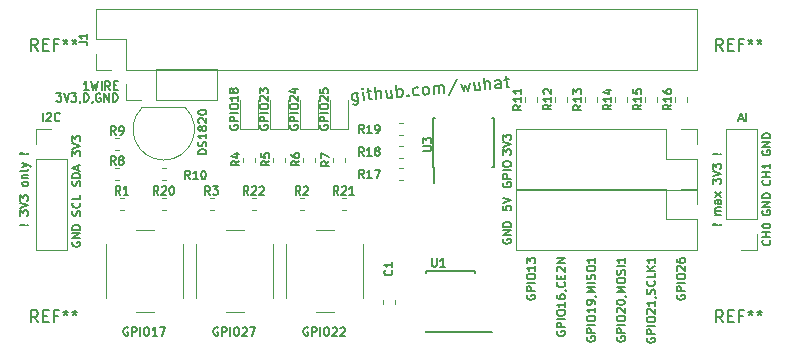
<source format=gbr>
G04 #@! TF.GenerationSoftware,KiCad,Pcbnew,5.0.1+dfsg1-3~bpo9+1*
G04 #@! TF.CreationDate,2018-12-04T00:42:53+01:00*
G04 #@! TF.ProjectId,wuhat,77756861742E6B696361645F70636200,rev?*
G04 #@! TF.SameCoordinates,Original*
G04 #@! TF.FileFunction,Legend,Top*
G04 #@! TF.FilePolarity,Positive*
%FSLAX46Y46*%
G04 Gerber Fmt 4.6, Leading zero omitted, Abs format (unit mm)*
G04 Created by KiCad (PCBNEW 5.0.1+dfsg1-3~bpo9+1) date Tue 04 Dec 2018 12:42:53 AM CET*
%MOMM*%
%LPD*%
G01*
G04 APERTURE LIST*
%ADD10C,0.200000*%
%ADD11C,0.150000*%
%ADD12C,0.120000*%
G04 APERTURE END LIST*
D10*
X130819342Y-103742914D02*
X130889896Y-104549358D01*
X130850759Y-104648384D01*
X130807471Y-104699972D01*
X130716746Y-104755710D01*
X130574432Y-104768161D01*
X130475406Y-104729024D01*
X130873295Y-104359606D02*
X130782570Y-104415345D01*
X130592818Y-104431946D01*
X130493792Y-104392809D01*
X130442204Y-104349521D01*
X130386466Y-104258796D01*
X130361564Y-103974169D01*
X130400702Y-103875143D01*
X130443989Y-103823555D01*
X130534714Y-103767816D01*
X130724466Y-103751215D01*
X130823492Y-103790352D01*
X131351824Y-104365542D02*
X131293720Y-103701412D01*
X131264668Y-103369347D02*
X131221380Y-103420935D01*
X131272969Y-103464223D01*
X131316256Y-103412634D01*
X131264668Y-103369347D01*
X131272969Y-103464223D01*
X131625785Y-103672360D02*
X132005288Y-103639158D01*
X131739046Y-103327844D02*
X131813751Y-104181725D01*
X131869490Y-104272451D01*
X131968516Y-104311588D01*
X132063391Y-104303287D01*
X132395456Y-104274236D02*
X132308301Y-103278041D01*
X132822397Y-104236883D02*
X132776744Y-103715067D01*
X132721006Y-103624341D01*
X132621980Y-103585204D01*
X132479666Y-103597655D01*
X132388941Y-103653393D01*
X132345653Y-103704981D01*
X133665612Y-103493898D02*
X133723716Y-104158028D01*
X133238672Y-103531251D02*
X133284325Y-104053067D01*
X133340063Y-104143792D01*
X133439089Y-104182930D01*
X133581402Y-104170479D01*
X133672128Y-104114740D01*
X133715415Y-104063152D01*
X134198094Y-104116525D02*
X134110939Y-103120330D01*
X134144141Y-103499833D02*
X134234866Y-103444095D01*
X134424618Y-103427494D01*
X134523644Y-103466631D01*
X134575232Y-103509919D01*
X134630970Y-103600644D01*
X134655872Y-103885271D01*
X134616734Y-103984297D01*
X134573447Y-104035885D01*
X134482721Y-104091623D01*
X134292970Y-104108225D01*
X134193944Y-104069087D01*
X135091113Y-103942794D02*
X135142701Y-103986082D01*
X135099413Y-104037670D01*
X135047825Y-103994382D01*
X135091113Y-103942794D01*
X135099413Y-104037670D01*
X135996582Y-103911377D02*
X135905857Y-103967115D01*
X135716105Y-103983716D01*
X135617079Y-103944579D01*
X135565491Y-103901292D01*
X135509753Y-103810566D01*
X135484851Y-103525939D01*
X135523989Y-103426913D01*
X135567276Y-103375325D01*
X135658002Y-103319587D01*
X135847753Y-103302985D01*
X135946779Y-103342123D01*
X136569987Y-103909011D02*
X136470961Y-103869874D01*
X136419372Y-103826587D01*
X136363634Y-103735861D01*
X136338732Y-103451234D01*
X136377870Y-103352208D01*
X136421157Y-103300620D01*
X136511883Y-103244882D01*
X136654196Y-103232431D01*
X136753222Y-103271568D01*
X136804810Y-103314856D01*
X136860549Y-103405581D01*
X136885450Y-103690208D01*
X136846313Y-103789234D01*
X136803025Y-103840822D01*
X136712300Y-103896561D01*
X136569987Y-103909011D01*
X137328992Y-103842607D02*
X137270888Y-103178477D01*
X137279189Y-103273353D02*
X137322476Y-103221765D01*
X137413202Y-103166026D01*
X137555515Y-103153576D01*
X137654541Y-103192713D01*
X137710280Y-103283438D01*
X137755933Y-103805255D01*
X137710280Y-103283438D02*
X137749417Y-103184412D01*
X137840142Y-103128674D01*
X137982456Y-103116223D01*
X138081482Y-103155360D01*
X138137220Y-103246086D01*
X138182873Y-103767902D01*
X139277513Y-102620513D02*
X138535689Y-103976039D01*
X139547905Y-102979264D02*
X139795760Y-103626793D01*
X139944008Y-103135813D01*
X140175263Y-103593591D01*
X140306910Y-102912860D01*
X141113353Y-102842305D02*
X141171457Y-103506435D01*
X140686413Y-102879658D02*
X140732066Y-103401474D01*
X140787804Y-103492199D01*
X140886830Y-103531337D01*
X141029144Y-103518886D01*
X141119869Y-103463147D01*
X141163157Y-103411559D01*
X141645836Y-103464932D02*
X141558680Y-102468738D01*
X142072776Y-103427580D02*
X142027123Y-102905763D01*
X141971385Y-102815038D01*
X141872359Y-102775901D01*
X141730045Y-102788352D01*
X141639320Y-102844090D01*
X141596032Y-102895678D01*
X142974095Y-103348725D02*
X142928442Y-102826908D01*
X142872704Y-102736183D01*
X142773678Y-102697046D01*
X142583927Y-102713647D01*
X142493201Y-102769385D01*
X142969945Y-103301287D02*
X142879220Y-103357025D01*
X142642030Y-103377776D01*
X142543004Y-103338639D01*
X142487266Y-103247914D01*
X142478965Y-103153038D01*
X142518103Y-103054012D01*
X142608828Y-102998274D01*
X142846017Y-102977522D01*
X142936743Y-102921784D01*
X143248056Y-102655543D02*
X143627559Y-102622341D01*
X143361318Y-102311027D02*
X143436023Y-103164908D01*
X143491761Y-103255634D01*
X143590787Y-103294771D01*
X143685663Y-103286470D01*
D11*
X157880000Y-120882166D02*
X157846666Y-120948833D01*
X157846666Y-121048833D01*
X157880000Y-121148833D01*
X157946666Y-121215500D01*
X158013333Y-121248833D01*
X158146666Y-121282166D01*
X158246666Y-121282166D01*
X158380000Y-121248833D01*
X158446666Y-121215500D01*
X158513333Y-121148833D01*
X158546666Y-121048833D01*
X158546666Y-120982166D01*
X158513333Y-120882166D01*
X158480000Y-120848833D01*
X158246666Y-120848833D01*
X158246666Y-120982166D01*
X158546666Y-120548833D02*
X157846666Y-120548833D01*
X157846666Y-120282166D01*
X157880000Y-120215500D01*
X157913333Y-120182166D01*
X157980000Y-120148833D01*
X158080000Y-120148833D01*
X158146666Y-120182166D01*
X158180000Y-120215500D01*
X158213333Y-120282166D01*
X158213333Y-120548833D01*
X158546666Y-119848833D02*
X157846666Y-119848833D01*
X157846666Y-119382166D02*
X157846666Y-119248833D01*
X157880000Y-119182166D01*
X157946666Y-119115500D01*
X158080000Y-119082166D01*
X158313333Y-119082166D01*
X158446666Y-119115500D01*
X158513333Y-119182166D01*
X158546666Y-119248833D01*
X158546666Y-119382166D01*
X158513333Y-119448833D01*
X158446666Y-119515500D01*
X158313333Y-119548833D01*
X158080000Y-119548833D01*
X157946666Y-119515500D01*
X157880000Y-119448833D01*
X157846666Y-119382166D01*
X157913333Y-118815500D02*
X157880000Y-118782166D01*
X157846666Y-118715500D01*
X157846666Y-118548833D01*
X157880000Y-118482166D01*
X157913333Y-118448833D01*
X157980000Y-118415500D01*
X158046666Y-118415500D01*
X158146666Y-118448833D01*
X158546666Y-118848833D01*
X158546666Y-118415500D01*
X157846666Y-117815500D02*
X157846666Y-117948833D01*
X157880000Y-118015500D01*
X157913333Y-118048833D01*
X158013333Y-118115500D01*
X158146666Y-118148833D01*
X158413333Y-118148833D01*
X158480000Y-118115500D01*
X158513333Y-118082166D01*
X158546666Y-118015500D01*
X158546666Y-117882166D01*
X158513333Y-117815500D01*
X158480000Y-117782166D01*
X158413333Y-117748833D01*
X158246666Y-117748833D01*
X158180000Y-117782166D01*
X158146666Y-117815500D01*
X158113333Y-117882166D01*
X158113333Y-118015500D01*
X158146666Y-118082166D01*
X158180000Y-118115500D01*
X158246666Y-118148833D01*
X155340000Y-124515500D02*
X155306666Y-124582166D01*
X155306666Y-124682166D01*
X155340000Y-124782166D01*
X155406666Y-124848833D01*
X155473333Y-124882166D01*
X155606666Y-124915500D01*
X155706666Y-124915500D01*
X155840000Y-124882166D01*
X155906666Y-124848833D01*
X155973333Y-124782166D01*
X156006666Y-124682166D01*
X156006666Y-124615500D01*
X155973333Y-124515500D01*
X155940000Y-124482166D01*
X155706666Y-124482166D01*
X155706666Y-124615500D01*
X156006666Y-124182166D02*
X155306666Y-124182166D01*
X155306666Y-123915500D01*
X155340000Y-123848833D01*
X155373333Y-123815500D01*
X155440000Y-123782166D01*
X155540000Y-123782166D01*
X155606666Y-123815500D01*
X155640000Y-123848833D01*
X155673333Y-123915500D01*
X155673333Y-124182166D01*
X156006666Y-123482166D02*
X155306666Y-123482166D01*
X155306666Y-123015500D02*
X155306666Y-122882166D01*
X155340000Y-122815500D01*
X155406666Y-122748833D01*
X155540000Y-122715500D01*
X155773333Y-122715500D01*
X155906666Y-122748833D01*
X155973333Y-122815500D01*
X156006666Y-122882166D01*
X156006666Y-123015500D01*
X155973333Y-123082166D01*
X155906666Y-123148833D01*
X155773333Y-123182166D01*
X155540000Y-123182166D01*
X155406666Y-123148833D01*
X155340000Y-123082166D01*
X155306666Y-123015500D01*
X155373333Y-122448833D02*
X155340000Y-122415500D01*
X155306666Y-122348833D01*
X155306666Y-122182166D01*
X155340000Y-122115500D01*
X155373333Y-122082166D01*
X155440000Y-122048833D01*
X155506666Y-122048833D01*
X155606666Y-122082166D01*
X156006666Y-122482166D01*
X156006666Y-122048833D01*
X156006666Y-121382166D02*
X156006666Y-121782166D01*
X156006666Y-121582166D02*
X155306666Y-121582166D01*
X155406666Y-121648833D01*
X155473333Y-121715500D01*
X155506666Y-121782166D01*
X155973333Y-121048833D02*
X156006666Y-121048833D01*
X156073333Y-121082166D01*
X156106666Y-121115500D01*
X155973333Y-120782166D02*
X156006666Y-120682166D01*
X156006666Y-120515500D01*
X155973333Y-120448833D01*
X155940000Y-120415500D01*
X155873333Y-120382166D01*
X155806666Y-120382166D01*
X155740000Y-120415500D01*
X155706666Y-120448833D01*
X155673333Y-120515500D01*
X155640000Y-120648833D01*
X155606666Y-120715500D01*
X155573333Y-120748833D01*
X155506666Y-120782166D01*
X155440000Y-120782166D01*
X155373333Y-120748833D01*
X155340000Y-120715500D01*
X155306666Y-120648833D01*
X155306666Y-120482166D01*
X155340000Y-120382166D01*
X155940000Y-119682166D02*
X155973333Y-119715500D01*
X156006666Y-119815500D01*
X156006666Y-119882166D01*
X155973333Y-119982166D01*
X155906666Y-120048833D01*
X155840000Y-120082166D01*
X155706666Y-120115500D01*
X155606666Y-120115500D01*
X155473333Y-120082166D01*
X155406666Y-120048833D01*
X155340000Y-119982166D01*
X155306666Y-119882166D01*
X155306666Y-119815500D01*
X155340000Y-119715500D01*
X155373333Y-119682166D01*
X156006666Y-119048833D02*
X156006666Y-119382166D01*
X155306666Y-119382166D01*
X156006666Y-118815500D02*
X155306666Y-118815500D01*
X156006666Y-118415500D02*
X155606666Y-118715500D01*
X155306666Y-118415500D02*
X155706666Y-118815500D01*
X156006666Y-117748833D02*
X156006666Y-118148833D01*
X156006666Y-117948833D02*
X155306666Y-117948833D01*
X155406666Y-118015500D01*
X155473333Y-118082166D01*
X155506666Y-118148833D01*
X152800000Y-124415500D02*
X152766666Y-124482166D01*
X152766666Y-124582166D01*
X152800000Y-124682166D01*
X152866666Y-124748833D01*
X152933333Y-124782166D01*
X153066666Y-124815500D01*
X153166666Y-124815500D01*
X153300000Y-124782166D01*
X153366666Y-124748833D01*
X153433333Y-124682166D01*
X153466666Y-124582166D01*
X153466666Y-124515500D01*
X153433333Y-124415500D01*
X153400000Y-124382166D01*
X153166666Y-124382166D01*
X153166666Y-124515500D01*
X153466666Y-124082166D02*
X152766666Y-124082166D01*
X152766666Y-123815500D01*
X152800000Y-123748833D01*
X152833333Y-123715500D01*
X152900000Y-123682166D01*
X153000000Y-123682166D01*
X153066666Y-123715500D01*
X153100000Y-123748833D01*
X153133333Y-123815500D01*
X153133333Y-124082166D01*
X153466666Y-123382166D02*
X152766666Y-123382166D01*
X152766666Y-122915500D02*
X152766666Y-122782166D01*
X152800000Y-122715500D01*
X152866666Y-122648833D01*
X153000000Y-122615500D01*
X153233333Y-122615500D01*
X153366666Y-122648833D01*
X153433333Y-122715500D01*
X153466666Y-122782166D01*
X153466666Y-122915500D01*
X153433333Y-122982166D01*
X153366666Y-123048833D01*
X153233333Y-123082166D01*
X153000000Y-123082166D01*
X152866666Y-123048833D01*
X152800000Y-122982166D01*
X152766666Y-122915500D01*
X152833333Y-122348833D02*
X152800000Y-122315500D01*
X152766666Y-122248833D01*
X152766666Y-122082166D01*
X152800000Y-122015500D01*
X152833333Y-121982166D01*
X152900000Y-121948833D01*
X152966666Y-121948833D01*
X153066666Y-121982166D01*
X153466666Y-122382166D01*
X153466666Y-121948833D01*
X152766666Y-121515500D02*
X152766666Y-121448833D01*
X152800000Y-121382166D01*
X152833333Y-121348833D01*
X152900000Y-121315500D01*
X153033333Y-121282166D01*
X153200000Y-121282166D01*
X153333333Y-121315500D01*
X153400000Y-121348833D01*
X153433333Y-121382166D01*
X153466666Y-121448833D01*
X153466666Y-121515500D01*
X153433333Y-121582166D01*
X153400000Y-121615500D01*
X153333333Y-121648833D01*
X153200000Y-121682166D01*
X153033333Y-121682166D01*
X152900000Y-121648833D01*
X152833333Y-121615500D01*
X152800000Y-121582166D01*
X152766666Y-121515500D01*
X153433333Y-120948833D02*
X153466666Y-120948833D01*
X153533333Y-120982166D01*
X153566666Y-121015500D01*
X153466666Y-120648833D02*
X152766666Y-120648833D01*
X153266666Y-120415500D01*
X152766666Y-120182166D01*
X153466666Y-120182166D01*
X152766666Y-119715500D02*
X152766666Y-119582166D01*
X152800000Y-119515500D01*
X152866666Y-119448833D01*
X153000000Y-119415500D01*
X153233333Y-119415500D01*
X153366666Y-119448833D01*
X153433333Y-119515500D01*
X153466666Y-119582166D01*
X153466666Y-119715500D01*
X153433333Y-119782166D01*
X153366666Y-119848833D01*
X153233333Y-119882166D01*
X153000000Y-119882166D01*
X152866666Y-119848833D01*
X152800000Y-119782166D01*
X152766666Y-119715500D01*
X153433333Y-119148833D02*
X153466666Y-119048833D01*
X153466666Y-118882166D01*
X153433333Y-118815500D01*
X153400000Y-118782166D01*
X153333333Y-118748833D01*
X153266666Y-118748833D01*
X153200000Y-118782166D01*
X153166666Y-118815500D01*
X153133333Y-118882166D01*
X153100000Y-119015500D01*
X153066666Y-119082166D01*
X153033333Y-119115500D01*
X152966666Y-119148833D01*
X152900000Y-119148833D01*
X152833333Y-119115500D01*
X152800000Y-119082166D01*
X152766666Y-119015500D01*
X152766666Y-118848833D01*
X152800000Y-118748833D01*
X153466666Y-118448833D02*
X152766666Y-118448833D01*
X153466666Y-117748833D02*
X153466666Y-118148833D01*
X153466666Y-117948833D02*
X152766666Y-117948833D01*
X152866666Y-118015500D01*
X152933333Y-118082166D01*
X152966666Y-118148833D01*
X150260000Y-124415500D02*
X150226666Y-124482166D01*
X150226666Y-124582166D01*
X150260000Y-124682166D01*
X150326666Y-124748833D01*
X150393333Y-124782166D01*
X150526666Y-124815500D01*
X150626666Y-124815500D01*
X150760000Y-124782166D01*
X150826666Y-124748833D01*
X150893333Y-124682166D01*
X150926666Y-124582166D01*
X150926666Y-124515500D01*
X150893333Y-124415500D01*
X150860000Y-124382166D01*
X150626666Y-124382166D01*
X150626666Y-124515500D01*
X150926666Y-124082166D02*
X150226666Y-124082166D01*
X150226666Y-123815500D01*
X150260000Y-123748833D01*
X150293333Y-123715500D01*
X150360000Y-123682166D01*
X150460000Y-123682166D01*
X150526666Y-123715500D01*
X150560000Y-123748833D01*
X150593333Y-123815500D01*
X150593333Y-124082166D01*
X150926666Y-123382166D02*
X150226666Y-123382166D01*
X150226666Y-122915500D02*
X150226666Y-122782166D01*
X150260000Y-122715500D01*
X150326666Y-122648833D01*
X150460000Y-122615500D01*
X150693333Y-122615500D01*
X150826666Y-122648833D01*
X150893333Y-122715500D01*
X150926666Y-122782166D01*
X150926666Y-122915500D01*
X150893333Y-122982166D01*
X150826666Y-123048833D01*
X150693333Y-123082166D01*
X150460000Y-123082166D01*
X150326666Y-123048833D01*
X150260000Y-122982166D01*
X150226666Y-122915500D01*
X150926666Y-121948833D02*
X150926666Y-122348833D01*
X150926666Y-122148833D02*
X150226666Y-122148833D01*
X150326666Y-122215500D01*
X150393333Y-122282166D01*
X150426666Y-122348833D01*
X150926666Y-121615500D02*
X150926666Y-121482166D01*
X150893333Y-121415500D01*
X150860000Y-121382166D01*
X150760000Y-121315500D01*
X150626666Y-121282166D01*
X150360000Y-121282166D01*
X150293333Y-121315500D01*
X150260000Y-121348833D01*
X150226666Y-121415500D01*
X150226666Y-121548833D01*
X150260000Y-121615500D01*
X150293333Y-121648833D01*
X150360000Y-121682166D01*
X150526666Y-121682166D01*
X150593333Y-121648833D01*
X150626666Y-121615500D01*
X150660000Y-121548833D01*
X150660000Y-121415500D01*
X150626666Y-121348833D01*
X150593333Y-121315500D01*
X150526666Y-121282166D01*
X150893333Y-120948833D02*
X150926666Y-120948833D01*
X150993333Y-120982166D01*
X151026666Y-121015500D01*
X150926666Y-120648833D02*
X150226666Y-120648833D01*
X150726666Y-120415500D01*
X150226666Y-120182166D01*
X150926666Y-120182166D01*
X150926666Y-119848833D02*
X150226666Y-119848833D01*
X150893333Y-119548833D02*
X150926666Y-119448833D01*
X150926666Y-119282166D01*
X150893333Y-119215500D01*
X150860000Y-119182166D01*
X150793333Y-119148833D01*
X150726666Y-119148833D01*
X150660000Y-119182166D01*
X150626666Y-119215500D01*
X150593333Y-119282166D01*
X150560000Y-119415500D01*
X150526666Y-119482166D01*
X150493333Y-119515500D01*
X150426666Y-119548833D01*
X150360000Y-119548833D01*
X150293333Y-119515500D01*
X150260000Y-119482166D01*
X150226666Y-119415500D01*
X150226666Y-119248833D01*
X150260000Y-119148833D01*
X150226666Y-118715500D02*
X150226666Y-118582166D01*
X150260000Y-118515500D01*
X150326666Y-118448833D01*
X150460000Y-118415500D01*
X150693333Y-118415500D01*
X150826666Y-118448833D01*
X150893333Y-118515500D01*
X150926666Y-118582166D01*
X150926666Y-118715500D01*
X150893333Y-118782166D01*
X150826666Y-118848833D01*
X150693333Y-118882166D01*
X150460000Y-118882166D01*
X150326666Y-118848833D01*
X150260000Y-118782166D01*
X150226666Y-118715500D01*
X150926666Y-117748833D02*
X150926666Y-118148833D01*
X150926666Y-117948833D02*
X150226666Y-117948833D01*
X150326666Y-118015500D01*
X150393333Y-118082166D01*
X150426666Y-118148833D01*
X147720000Y-123948833D02*
X147686666Y-124015500D01*
X147686666Y-124115500D01*
X147720000Y-124215500D01*
X147786666Y-124282166D01*
X147853333Y-124315500D01*
X147986666Y-124348833D01*
X148086666Y-124348833D01*
X148220000Y-124315500D01*
X148286666Y-124282166D01*
X148353333Y-124215500D01*
X148386666Y-124115500D01*
X148386666Y-124048833D01*
X148353333Y-123948833D01*
X148320000Y-123915500D01*
X148086666Y-123915500D01*
X148086666Y-124048833D01*
X148386666Y-123615500D02*
X147686666Y-123615500D01*
X147686666Y-123348833D01*
X147720000Y-123282166D01*
X147753333Y-123248833D01*
X147820000Y-123215500D01*
X147920000Y-123215500D01*
X147986666Y-123248833D01*
X148020000Y-123282166D01*
X148053333Y-123348833D01*
X148053333Y-123615500D01*
X148386666Y-122915500D02*
X147686666Y-122915500D01*
X147686666Y-122448833D02*
X147686666Y-122315500D01*
X147720000Y-122248833D01*
X147786666Y-122182166D01*
X147920000Y-122148833D01*
X148153333Y-122148833D01*
X148286666Y-122182166D01*
X148353333Y-122248833D01*
X148386666Y-122315500D01*
X148386666Y-122448833D01*
X148353333Y-122515500D01*
X148286666Y-122582166D01*
X148153333Y-122615500D01*
X147920000Y-122615500D01*
X147786666Y-122582166D01*
X147720000Y-122515500D01*
X147686666Y-122448833D01*
X148386666Y-121482166D02*
X148386666Y-121882166D01*
X148386666Y-121682166D02*
X147686666Y-121682166D01*
X147786666Y-121748833D01*
X147853333Y-121815500D01*
X147886666Y-121882166D01*
X147686666Y-120882166D02*
X147686666Y-121015500D01*
X147720000Y-121082166D01*
X147753333Y-121115500D01*
X147853333Y-121182166D01*
X147986666Y-121215500D01*
X148253333Y-121215500D01*
X148320000Y-121182166D01*
X148353333Y-121148833D01*
X148386666Y-121082166D01*
X148386666Y-120948833D01*
X148353333Y-120882166D01*
X148320000Y-120848833D01*
X148253333Y-120815500D01*
X148086666Y-120815500D01*
X148020000Y-120848833D01*
X147986666Y-120882166D01*
X147953333Y-120948833D01*
X147953333Y-121082166D01*
X147986666Y-121148833D01*
X148020000Y-121182166D01*
X148086666Y-121215500D01*
X148353333Y-120482166D02*
X148386666Y-120482166D01*
X148453333Y-120515500D01*
X148486666Y-120548833D01*
X148320000Y-119782166D02*
X148353333Y-119815500D01*
X148386666Y-119915500D01*
X148386666Y-119982166D01*
X148353333Y-120082166D01*
X148286666Y-120148833D01*
X148220000Y-120182166D01*
X148086666Y-120215500D01*
X147986666Y-120215500D01*
X147853333Y-120182166D01*
X147786666Y-120148833D01*
X147720000Y-120082166D01*
X147686666Y-119982166D01*
X147686666Y-119915500D01*
X147720000Y-119815500D01*
X147753333Y-119782166D01*
X148020000Y-119482166D02*
X148020000Y-119248833D01*
X148386666Y-119148833D02*
X148386666Y-119482166D01*
X147686666Y-119482166D01*
X147686666Y-119148833D01*
X147753333Y-118882166D02*
X147720000Y-118848833D01*
X147686666Y-118782166D01*
X147686666Y-118615500D01*
X147720000Y-118548833D01*
X147753333Y-118515500D01*
X147820000Y-118482166D01*
X147886666Y-118482166D01*
X147986666Y-118515500D01*
X148386666Y-118915500D01*
X148386666Y-118482166D01*
X148386666Y-118182166D02*
X147686666Y-118182166D01*
X148386666Y-117782166D01*
X147686666Y-117782166D01*
X145180000Y-120882166D02*
X145146666Y-120948833D01*
X145146666Y-121048833D01*
X145180000Y-121148833D01*
X145246666Y-121215500D01*
X145313333Y-121248833D01*
X145446666Y-121282166D01*
X145546666Y-121282166D01*
X145680000Y-121248833D01*
X145746666Y-121215500D01*
X145813333Y-121148833D01*
X145846666Y-121048833D01*
X145846666Y-120982166D01*
X145813333Y-120882166D01*
X145780000Y-120848833D01*
X145546666Y-120848833D01*
X145546666Y-120982166D01*
X145846666Y-120548833D02*
X145146666Y-120548833D01*
X145146666Y-120282166D01*
X145180000Y-120215500D01*
X145213333Y-120182166D01*
X145280000Y-120148833D01*
X145380000Y-120148833D01*
X145446666Y-120182166D01*
X145480000Y-120215500D01*
X145513333Y-120282166D01*
X145513333Y-120548833D01*
X145846666Y-119848833D02*
X145146666Y-119848833D01*
X145146666Y-119382166D02*
X145146666Y-119248833D01*
X145180000Y-119182166D01*
X145246666Y-119115500D01*
X145380000Y-119082166D01*
X145613333Y-119082166D01*
X145746666Y-119115500D01*
X145813333Y-119182166D01*
X145846666Y-119248833D01*
X145846666Y-119382166D01*
X145813333Y-119448833D01*
X145746666Y-119515500D01*
X145613333Y-119548833D01*
X145380000Y-119548833D01*
X145246666Y-119515500D01*
X145180000Y-119448833D01*
X145146666Y-119382166D01*
X145846666Y-118415500D02*
X145846666Y-118815500D01*
X145846666Y-118615500D02*
X145146666Y-118615500D01*
X145246666Y-118682166D01*
X145313333Y-118748833D01*
X145346666Y-118815500D01*
X145146666Y-118182166D02*
X145146666Y-117748833D01*
X145413333Y-117982166D01*
X145413333Y-117882166D01*
X145446666Y-117815500D01*
X145480000Y-117782166D01*
X145546666Y-117748833D01*
X145713333Y-117748833D01*
X145780000Y-117782166D01*
X145813333Y-117815500D01*
X145846666Y-117882166D01*
X145846666Y-118082166D01*
X145813333Y-118148833D01*
X145780000Y-118182166D01*
X143148000Y-111360000D02*
X143114666Y-111426666D01*
X143114666Y-111526666D01*
X143148000Y-111626666D01*
X143214666Y-111693333D01*
X143281333Y-111726666D01*
X143414666Y-111760000D01*
X143514666Y-111760000D01*
X143648000Y-111726666D01*
X143714666Y-111693333D01*
X143781333Y-111626666D01*
X143814666Y-111526666D01*
X143814666Y-111460000D01*
X143781333Y-111360000D01*
X143748000Y-111326666D01*
X143514666Y-111326666D01*
X143514666Y-111460000D01*
X143814666Y-111026666D02*
X143114666Y-111026666D01*
X143114666Y-110760000D01*
X143148000Y-110693333D01*
X143181333Y-110660000D01*
X143248000Y-110626666D01*
X143348000Y-110626666D01*
X143414666Y-110660000D01*
X143448000Y-110693333D01*
X143481333Y-110760000D01*
X143481333Y-111026666D01*
X143814666Y-110326666D02*
X143114666Y-110326666D01*
X143114666Y-109860000D02*
X143114666Y-109726666D01*
X143148000Y-109660000D01*
X143214666Y-109593333D01*
X143348000Y-109560000D01*
X143581333Y-109560000D01*
X143714666Y-109593333D01*
X143781333Y-109660000D01*
X143814666Y-109726666D01*
X143814666Y-109860000D01*
X143781333Y-109926666D01*
X143714666Y-109993333D01*
X143581333Y-110026666D01*
X143348000Y-110026666D01*
X143214666Y-109993333D01*
X143148000Y-109926666D01*
X143114666Y-109860000D01*
X143114666Y-113333333D02*
X143114666Y-113666666D01*
X143448000Y-113700000D01*
X143414666Y-113666666D01*
X143381333Y-113600000D01*
X143381333Y-113433333D01*
X143414666Y-113366666D01*
X143448000Y-113333333D01*
X143514666Y-113300000D01*
X143681333Y-113300000D01*
X143748000Y-113333333D01*
X143781333Y-113366666D01*
X143814666Y-113433333D01*
X143814666Y-113600000D01*
X143781333Y-113666666D01*
X143748000Y-113700000D01*
X143114666Y-113100000D02*
X143814666Y-112866666D01*
X143114666Y-112633333D01*
X143114666Y-108986666D02*
X143114666Y-108553333D01*
X143381333Y-108786666D01*
X143381333Y-108686666D01*
X143414666Y-108620000D01*
X143448000Y-108586666D01*
X143514666Y-108553333D01*
X143681333Y-108553333D01*
X143748000Y-108586666D01*
X143781333Y-108620000D01*
X143814666Y-108686666D01*
X143814666Y-108886666D01*
X143781333Y-108953333D01*
X143748000Y-108986666D01*
X143114666Y-108353333D02*
X143814666Y-108120000D01*
X143114666Y-107886666D01*
X143114666Y-107720000D02*
X143114666Y-107286666D01*
X143381333Y-107520000D01*
X143381333Y-107420000D01*
X143414666Y-107353333D01*
X143448000Y-107320000D01*
X143514666Y-107286666D01*
X143681333Y-107286666D01*
X143748000Y-107320000D01*
X143781333Y-107353333D01*
X143814666Y-107420000D01*
X143814666Y-107620000D01*
X143781333Y-107686666D01*
X143748000Y-107720000D01*
X143148000Y-116146333D02*
X143114666Y-116213000D01*
X143114666Y-116313000D01*
X143148000Y-116413000D01*
X143214666Y-116479666D01*
X143281333Y-116513000D01*
X143414666Y-116546333D01*
X143514666Y-116546333D01*
X143648000Y-116513000D01*
X143714666Y-116479666D01*
X143781333Y-116413000D01*
X143814666Y-116313000D01*
X143814666Y-116246333D01*
X143781333Y-116146333D01*
X143748000Y-116113000D01*
X143514666Y-116113000D01*
X143514666Y-116246333D01*
X143814666Y-115813000D02*
X143114666Y-115813000D01*
X143814666Y-115413000D01*
X143114666Y-115413000D01*
X143814666Y-115079666D02*
X143114666Y-115079666D01*
X143114666Y-114913000D01*
X143148000Y-114813000D01*
X143214666Y-114746333D01*
X143281333Y-114713000D01*
X143414666Y-114679666D01*
X143514666Y-114679666D01*
X143648000Y-114713000D01*
X143714666Y-114746333D01*
X143781333Y-114813000D01*
X143814666Y-114913000D01*
X143814666Y-115079666D01*
X161528000Y-114930000D02*
X161561333Y-114896666D01*
X161594666Y-114930000D01*
X161561333Y-114963333D01*
X161528000Y-114930000D01*
X161594666Y-114930000D01*
X161328000Y-114930000D02*
X160928000Y-114963333D01*
X160894666Y-114930000D01*
X160928000Y-114896666D01*
X161328000Y-114930000D01*
X160894666Y-114930000D01*
X161594666Y-114063333D02*
X161128000Y-114063333D01*
X161194666Y-114063333D02*
X161161333Y-114030000D01*
X161128000Y-113963333D01*
X161128000Y-113863333D01*
X161161333Y-113796666D01*
X161228000Y-113763333D01*
X161594666Y-113763333D01*
X161228000Y-113763333D02*
X161161333Y-113730000D01*
X161128000Y-113663333D01*
X161128000Y-113563333D01*
X161161333Y-113496666D01*
X161228000Y-113463333D01*
X161594666Y-113463333D01*
X161594666Y-112830000D02*
X161228000Y-112830000D01*
X161161333Y-112863333D01*
X161128000Y-112930000D01*
X161128000Y-113063333D01*
X161161333Y-113130000D01*
X161561333Y-112830000D02*
X161594666Y-112896666D01*
X161594666Y-113063333D01*
X161561333Y-113130000D01*
X161494666Y-113163333D01*
X161428000Y-113163333D01*
X161361333Y-113130000D01*
X161328000Y-113063333D01*
X161328000Y-112896666D01*
X161294666Y-112830000D01*
X161594666Y-112563333D02*
X161128000Y-112196666D01*
X161128000Y-112563333D02*
X161594666Y-112196666D01*
X160894666Y-111463333D02*
X160894666Y-111030000D01*
X161161333Y-111263333D01*
X161161333Y-111163333D01*
X161194666Y-111096666D01*
X161228000Y-111063333D01*
X161294666Y-111030000D01*
X161461333Y-111030000D01*
X161528000Y-111063333D01*
X161561333Y-111096666D01*
X161594666Y-111163333D01*
X161594666Y-111363333D01*
X161561333Y-111430000D01*
X161528000Y-111463333D01*
X160894666Y-110830000D02*
X161594666Y-110596666D01*
X160894666Y-110363333D01*
X160894666Y-110196666D02*
X160894666Y-109763333D01*
X161161333Y-109996666D01*
X161161333Y-109896666D01*
X161194666Y-109830000D01*
X161228000Y-109796666D01*
X161294666Y-109763333D01*
X161461333Y-109763333D01*
X161528000Y-109796666D01*
X161561333Y-109830000D01*
X161594666Y-109896666D01*
X161594666Y-110096666D01*
X161561333Y-110163333D01*
X161528000Y-110196666D01*
X161528000Y-108930000D02*
X161561333Y-108896666D01*
X161594666Y-108930000D01*
X161561333Y-108963333D01*
X161528000Y-108930000D01*
X161594666Y-108930000D01*
X161328000Y-108930000D02*
X160928000Y-108963333D01*
X160894666Y-108930000D01*
X160928000Y-108896666D01*
X161328000Y-108930000D01*
X160894666Y-108930000D01*
X102854000Y-114946666D02*
X102887333Y-114913333D01*
X102920666Y-114946666D01*
X102887333Y-114980000D01*
X102854000Y-114946666D01*
X102920666Y-114946666D01*
X102654000Y-114946666D02*
X102254000Y-114980000D01*
X102220666Y-114946666D01*
X102254000Y-114913333D01*
X102654000Y-114946666D01*
X102220666Y-114946666D01*
X102220666Y-114146666D02*
X102220666Y-113713333D01*
X102487333Y-113946666D01*
X102487333Y-113846666D01*
X102520666Y-113780000D01*
X102554000Y-113746666D01*
X102620666Y-113713333D01*
X102787333Y-113713333D01*
X102854000Y-113746666D01*
X102887333Y-113780000D01*
X102920666Y-113846666D01*
X102920666Y-114046666D01*
X102887333Y-114113333D01*
X102854000Y-114146666D01*
X102220666Y-113513333D02*
X102920666Y-113280000D01*
X102220666Y-113046666D01*
X102220666Y-112880000D02*
X102220666Y-112446666D01*
X102487333Y-112680000D01*
X102487333Y-112580000D01*
X102520666Y-112513333D01*
X102554000Y-112480000D01*
X102620666Y-112446666D01*
X102787333Y-112446666D01*
X102854000Y-112480000D01*
X102887333Y-112513333D01*
X102920666Y-112580000D01*
X102920666Y-112780000D01*
X102887333Y-112846666D01*
X102854000Y-112880000D01*
X102920666Y-111513333D02*
X102887333Y-111580000D01*
X102854000Y-111613333D01*
X102787333Y-111646666D01*
X102587333Y-111646666D01*
X102520666Y-111613333D01*
X102487333Y-111580000D01*
X102454000Y-111513333D01*
X102454000Y-111413333D01*
X102487333Y-111346666D01*
X102520666Y-111313333D01*
X102587333Y-111280000D01*
X102787333Y-111280000D01*
X102854000Y-111313333D01*
X102887333Y-111346666D01*
X102920666Y-111413333D01*
X102920666Y-111513333D01*
X102454000Y-110980000D02*
X102920666Y-110980000D01*
X102520666Y-110980000D02*
X102487333Y-110946666D01*
X102454000Y-110880000D01*
X102454000Y-110780000D01*
X102487333Y-110713333D01*
X102554000Y-110680000D01*
X102920666Y-110680000D01*
X102920666Y-110246666D02*
X102887333Y-110313333D01*
X102820666Y-110346666D01*
X102220666Y-110346666D01*
X102454000Y-110046666D02*
X102920666Y-109880000D01*
X102454000Y-109713333D02*
X102920666Y-109880000D01*
X103087333Y-109946666D01*
X103120666Y-109980000D01*
X103154000Y-110046666D01*
X102854000Y-108913333D02*
X102887333Y-108880000D01*
X102920666Y-108913333D01*
X102887333Y-108946666D01*
X102854000Y-108913333D01*
X102920666Y-108913333D01*
X102654000Y-108913333D02*
X102254000Y-108946666D01*
X102220666Y-108913333D01*
X102254000Y-108880000D01*
X102654000Y-108913333D01*
X102220666Y-108913333D01*
X165719000Y-111143333D02*
X165752333Y-111176666D01*
X165785666Y-111276666D01*
X165785666Y-111343333D01*
X165752333Y-111443333D01*
X165685666Y-111510000D01*
X165619000Y-111543333D01*
X165485666Y-111576666D01*
X165385666Y-111576666D01*
X165252333Y-111543333D01*
X165185666Y-111510000D01*
X165119000Y-111443333D01*
X165085666Y-111343333D01*
X165085666Y-111276666D01*
X165119000Y-111176666D01*
X165152333Y-111143333D01*
X165785666Y-110843333D02*
X165085666Y-110843333D01*
X165419000Y-110843333D02*
X165419000Y-110443333D01*
X165785666Y-110443333D02*
X165085666Y-110443333D01*
X165785666Y-109743333D02*
X165785666Y-110143333D01*
X165785666Y-109943333D02*
X165085666Y-109943333D01*
X165185666Y-110010000D01*
X165252333Y-110076666D01*
X165285666Y-110143333D01*
X165719000Y-116223333D02*
X165752333Y-116256666D01*
X165785666Y-116356666D01*
X165785666Y-116423333D01*
X165752333Y-116523333D01*
X165685666Y-116590000D01*
X165619000Y-116623333D01*
X165485666Y-116656666D01*
X165385666Y-116656666D01*
X165252333Y-116623333D01*
X165185666Y-116590000D01*
X165119000Y-116523333D01*
X165085666Y-116423333D01*
X165085666Y-116356666D01*
X165119000Y-116256666D01*
X165152333Y-116223333D01*
X165785666Y-115923333D02*
X165085666Y-115923333D01*
X165419000Y-115923333D02*
X165419000Y-115523333D01*
X165785666Y-115523333D02*
X165085666Y-115523333D01*
X165085666Y-115056666D02*
X165085666Y-114990000D01*
X165119000Y-114923333D01*
X165152333Y-114890000D01*
X165219000Y-114856666D01*
X165352333Y-114823333D01*
X165519000Y-114823333D01*
X165652333Y-114856666D01*
X165719000Y-114890000D01*
X165752333Y-114923333D01*
X165785666Y-114990000D01*
X165785666Y-115056666D01*
X165752333Y-115123333D01*
X165719000Y-115156666D01*
X165652333Y-115190000D01*
X165519000Y-115223333D01*
X165352333Y-115223333D01*
X165219000Y-115190000D01*
X165152333Y-115156666D01*
X165119000Y-115123333D01*
X165085666Y-115056666D01*
X165119000Y-108653333D02*
X165085666Y-108720000D01*
X165085666Y-108820000D01*
X165119000Y-108920000D01*
X165185666Y-108986666D01*
X165252333Y-109020000D01*
X165385666Y-109053333D01*
X165485666Y-109053333D01*
X165619000Y-109020000D01*
X165685666Y-108986666D01*
X165752333Y-108920000D01*
X165785666Y-108820000D01*
X165785666Y-108753333D01*
X165752333Y-108653333D01*
X165719000Y-108620000D01*
X165485666Y-108620000D01*
X165485666Y-108753333D01*
X165785666Y-108320000D02*
X165085666Y-108320000D01*
X165785666Y-107920000D01*
X165085666Y-107920000D01*
X165785666Y-107586666D02*
X165085666Y-107586666D01*
X165085666Y-107420000D01*
X165119000Y-107320000D01*
X165185666Y-107253333D01*
X165252333Y-107220000D01*
X165385666Y-107186666D01*
X165485666Y-107186666D01*
X165619000Y-107220000D01*
X165685666Y-107253333D01*
X165752333Y-107320000D01*
X165785666Y-107420000D01*
X165785666Y-107586666D01*
X165119000Y-113733333D02*
X165085666Y-113800000D01*
X165085666Y-113900000D01*
X165119000Y-114000000D01*
X165185666Y-114066666D01*
X165252333Y-114100000D01*
X165385666Y-114133333D01*
X165485666Y-114133333D01*
X165619000Y-114100000D01*
X165685666Y-114066666D01*
X165752333Y-114000000D01*
X165785666Y-113900000D01*
X165785666Y-113833333D01*
X165752333Y-113733333D01*
X165719000Y-113700000D01*
X165485666Y-113700000D01*
X165485666Y-113833333D01*
X165785666Y-113400000D02*
X165085666Y-113400000D01*
X165785666Y-113000000D01*
X165085666Y-113000000D01*
X165785666Y-112666666D02*
X165085666Y-112666666D01*
X165085666Y-112500000D01*
X165119000Y-112400000D01*
X165185666Y-112333333D01*
X165252333Y-112300000D01*
X165385666Y-112266666D01*
X165485666Y-112266666D01*
X165619000Y-112300000D01*
X165685666Y-112333333D01*
X165752333Y-112400000D01*
X165785666Y-112500000D01*
X165785666Y-112666666D01*
X163103666Y-105950666D02*
X163437000Y-105950666D01*
X163037000Y-106150666D02*
X163270333Y-105450666D01*
X163503666Y-106150666D01*
X163737000Y-106150666D02*
X163737000Y-105450666D01*
X105321333Y-103799666D02*
X105754666Y-103799666D01*
X105521333Y-104066333D01*
X105621333Y-104066333D01*
X105688000Y-104099666D01*
X105721333Y-104133000D01*
X105754666Y-104199666D01*
X105754666Y-104366333D01*
X105721333Y-104433000D01*
X105688000Y-104466333D01*
X105621333Y-104499666D01*
X105421333Y-104499666D01*
X105354666Y-104466333D01*
X105321333Y-104433000D01*
X105954666Y-103799666D02*
X106188000Y-104499666D01*
X106421333Y-103799666D01*
X106588000Y-103799666D02*
X107021333Y-103799666D01*
X106788000Y-104066333D01*
X106888000Y-104066333D01*
X106954666Y-104099666D01*
X106988000Y-104133000D01*
X107021333Y-104199666D01*
X107021333Y-104366333D01*
X106988000Y-104433000D01*
X106954666Y-104466333D01*
X106888000Y-104499666D01*
X106688000Y-104499666D01*
X106621333Y-104466333D01*
X106588000Y-104433000D01*
X107354666Y-104466333D02*
X107354666Y-104499666D01*
X107321333Y-104566333D01*
X107288000Y-104599666D01*
X107654666Y-104499666D02*
X107654666Y-103799666D01*
X107821333Y-103799666D01*
X107921333Y-103833000D01*
X107988000Y-103899666D01*
X108021333Y-103966333D01*
X108054666Y-104099666D01*
X108054666Y-104199666D01*
X108021333Y-104333000D01*
X107988000Y-104399666D01*
X107921333Y-104466333D01*
X107821333Y-104499666D01*
X107654666Y-104499666D01*
X108388000Y-104466333D02*
X108388000Y-104499666D01*
X108354666Y-104566333D01*
X108321333Y-104599666D01*
X109054666Y-103833000D02*
X108988000Y-103799666D01*
X108888000Y-103799666D01*
X108788000Y-103833000D01*
X108721333Y-103899666D01*
X108688000Y-103966333D01*
X108654666Y-104099666D01*
X108654666Y-104199666D01*
X108688000Y-104333000D01*
X108721333Y-104399666D01*
X108788000Y-104466333D01*
X108888000Y-104499666D01*
X108954666Y-104499666D01*
X109054666Y-104466333D01*
X109088000Y-104433000D01*
X109088000Y-104199666D01*
X108954666Y-104199666D01*
X109388000Y-104499666D02*
X109388000Y-103799666D01*
X109788000Y-104499666D01*
X109788000Y-103799666D01*
X110121333Y-104499666D02*
X110121333Y-103799666D01*
X110288000Y-103799666D01*
X110388000Y-103833000D01*
X110454666Y-103899666D01*
X110488000Y-103966333D01*
X110521333Y-104099666D01*
X110521333Y-104199666D01*
X110488000Y-104333000D01*
X110454666Y-104399666D01*
X110388000Y-104466333D01*
X110288000Y-104499666D01*
X110121333Y-104499666D01*
X108047666Y-103483666D02*
X107647666Y-103483666D01*
X107847666Y-103483666D02*
X107847666Y-102783666D01*
X107781000Y-102883666D01*
X107714333Y-102950333D01*
X107647666Y-102983666D01*
X108281000Y-102783666D02*
X108447666Y-103483666D01*
X108581000Y-102983666D01*
X108714333Y-103483666D01*
X108881000Y-102783666D01*
X109147666Y-103483666D02*
X109147666Y-102783666D01*
X109881000Y-103483666D02*
X109647666Y-103150333D01*
X109481000Y-103483666D02*
X109481000Y-102783666D01*
X109747666Y-102783666D01*
X109814333Y-102817000D01*
X109847666Y-102850333D01*
X109881000Y-102917000D01*
X109881000Y-103017000D01*
X109847666Y-103083666D01*
X109814333Y-103117000D01*
X109747666Y-103150333D01*
X109481000Y-103150333D01*
X110181000Y-103117000D02*
X110414333Y-103117000D01*
X110514333Y-103483666D02*
X110181000Y-103483666D01*
X110181000Y-102783666D01*
X110514333Y-102783666D01*
X104206666Y-106150666D02*
X104206666Y-105450666D01*
X104506666Y-105517333D02*
X104540000Y-105484000D01*
X104606666Y-105450666D01*
X104773333Y-105450666D01*
X104840000Y-105484000D01*
X104873333Y-105517333D01*
X104906666Y-105584000D01*
X104906666Y-105650666D01*
X104873333Y-105750666D01*
X104473333Y-106150666D01*
X104906666Y-106150666D01*
X105606666Y-106084000D02*
X105573333Y-106117333D01*
X105473333Y-106150666D01*
X105406666Y-106150666D01*
X105306666Y-106117333D01*
X105240000Y-106050666D01*
X105206666Y-105984000D01*
X105173333Y-105850666D01*
X105173333Y-105750666D01*
X105206666Y-105617333D01*
X105240000Y-105550666D01*
X105306666Y-105484000D01*
X105406666Y-105450666D01*
X105473333Y-105450666D01*
X105573333Y-105484000D01*
X105606666Y-105517333D01*
X106699000Y-116400333D02*
X106665666Y-116467000D01*
X106665666Y-116567000D01*
X106699000Y-116667000D01*
X106765666Y-116733666D01*
X106832333Y-116767000D01*
X106965666Y-116800333D01*
X107065666Y-116800333D01*
X107199000Y-116767000D01*
X107265666Y-116733666D01*
X107332333Y-116667000D01*
X107365666Y-116567000D01*
X107365666Y-116500333D01*
X107332333Y-116400333D01*
X107299000Y-116367000D01*
X107065666Y-116367000D01*
X107065666Y-116500333D01*
X107365666Y-116067000D02*
X106665666Y-116067000D01*
X107365666Y-115667000D01*
X106665666Y-115667000D01*
X107365666Y-115333666D02*
X106665666Y-115333666D01*
X106665666Y-115167000D01*
X106699000Y-115067000D01*
X106765666Y-115000333D01*
X106832333Y-114967000D01*
X106965666Y-114933666D01*
X107065666Y-114933666D01*
X107199000Y-114967000D01*
X107265666Y-115000333D01*
X107332333Y-115067000D01*
X107365666Y-115167000D01*
X107365666Y-115333666D01*
X107332333Y-114160333D02*
X107365666Y-114060333D01*
X107365666Y-113893666D01*
X107332333Y-113827000D01*
X107299000Y-113793666D01*
X107232333Y-113760333D01*
X107165666Y-113760333D01*
X107099000Y-113793666D01*
X107065666Y-113827000D01*
X107032333Y-113893666D01*
X106999000Y-114027000D01*
X106965666Y-114093666D01*
X106932333Y-114127000D01*
X106865666Y-114160333D01*
X106799000Y-114160333D01*
X106732333Y-114127000D01*
X106699000Y-114093666D01*
X106665666Y-114027000D01*
X106665666Y-113860333D01*
X106699000Y-113760333D01*
X107299000Y-113060333D02*
X107332333Y-113093666D01*
X107365666Y-113193666D01*
X107365666Y-113260333D01*
X107332333Y-113360333D01*
X107265666Y-113427000D01*
X107199000Y-113460333D01*
X107065666Y-113493666D01*
X106965666Y-113493666D01*
X106832333Y-113460333D01*
X106765666Y-113427000D01*
X106699000Y-113360333D01*
X106665666Y-113260333D01*
X106665666Y-113193666D01*
X106699000Y-113093666D01*
X106732333Y-113060333D01*
X107365666Y-112427000D02*
X107365666Y-112760333D01*
X106665666Y-112760333D01*
X107332333Y-111637000D02*
X107365666Y-111537000D01*
X107365666Y-111370333D01*
X107332333Y-111303666D01*
X107299000Y-111270333D01*
X107232333Y-111237000D01*
X107165666Y-111237000D01*
X107099000Y-111270333D01*
X107065666Y-111303666D01*
X107032333Y-111370333D01*
X106999000Y-111503666D01*
X106965666Y-111570333D01*
X106932333Y-111603666D01*
X106865666Y-111637000D01*
X106799000Y-111637000D01*
X106732333Y-111603666D01*
X106699000Y-111570333D01*
X106665666Y-111503666D01*
X106665666Y-111337000D01*
X106699000Y-111237000D01*
X107365666Y-110937000D02*
X106665666Y-110937000D01*
X106665666Y-110770333D01*
X106699000Y-110670333D01*
X106765666Y-110603666D01*
X106832333Y-110570333D01*
X106965666Y-110537000D01*
X107065666Y-110537000D01*
X107199000Y-110570333D01*
X107265666Y-110603666D01*
X107332333Y-110670333D01*
X107365666Y-110770333D01*
X107365666Y-110937000D01*
X107165666Y-110270333D02*
X107165666Y-109937000D01*
X107365666Y-110337000D02*
X106665666Y-110103666D01*
X107365666Y-109870333D01*
X106665666Y-109113666D02*
X106665666Y-108680333D01*
X106932333Y-108913666D01*
X106932333Y-108813666D01*
X106965666Y-108747000D01*
X106999000Y-108713666D01*
X107065666Y-108680333D01*
X107232333Y-108680333D01*
X107299000Y-108713666D01*
X107332333Y-108747000D01*
X107365666Y-108813666D01*
X107365666Y-109013666D01*
X107332333Y-109080333D01*
X107299000Y-109113666D01*
X106665666Y-108480333D02*
X107365666Y-108247000D01*
X106665666Y-108013666D01*
X106665666Y-107847000D02*
X106665666Y-107413666D01*
X106932333Y-107647000D01*
X106932333Y-107547000D01*
X106965666Y-107480333D01*
X106999000Y-107447000D01*
X107065666Y-107413666D01*
X107232333Y-107413666D01*
X107299000Y-107447000D01*
X107332333Y-107480333D01*
X107365666Y-107547000D01*
X107365666Y-107747000D01*
X107332333Y-107813666D01*
X107299000Y-107847000D01*
D12*
G04 #@! TO.C,J1*
X108640000Y-101830000D02*
X108640000Y-100500000D01*
X109970000Y-101830000D02*
X108640000Y-101830000D01*
X108640000Y-99230000D02*
X108640000Y-96630000D01*
X111240000Y-99230000D02*
X108640000Y-99230000D01*
X111240000Y-101830000D02*
X111240000Y-99230000D01*
X108640000Y-96630000D02*
X159560000Y-96630000D01*
X111240000Y-101830000D02*
X159560000Y-101830000D01*
X159560000Y-101830000D02*
X159560000Y-96630000D01*
G04 #@! TO.C,JGPIOA1*
X144200000Y-111870000D02*
X144200000Y-117070000D01*
X156960000Y-111870000D02*
X144200000Y-111870000D01*
X159560000Y-117070000D02*
X144200000Y-117070000D01*
X156960000Y-111870000D02*
X156960000Y-114470000D01*
X156960000Y-114470000D02*
X159560000Y-114470000D01*
X159560000Y-114470000D02*
X159560000Y-117070000D01*
X158230000Y-111870000D02*
X159560000Y-111870000D01*
X159560000Y-111870000D02*
X159560000Y-113200000D01*
G04 #@! TO.C,JGPIOB1*
X159560000Y-106790000D02*
X159560000Y-108120000D01*
X158230000Y-106790000D02*
X159560000Y-106790000D01*
X159560000Y-109390000D02*
X159560000Y-111990000D01*
X156960000Y-109390000D02*
X159560000Y-109390000D01*
X156960000Y-106790000D02*
X156960000Y-109390000D01*
X159560000Y-111990000D02*
X144200000Y-111990000D01*
X156960000Y-106790000D02*
X144200000Y-106790000D01*
X144200000Y-106790000D02*
X144200000Y-111990000D01*
G04 #@! TO.C,I2C1*
X103560000Y-117070000D02*
X106220000Y-117070000D01*
X103560000Y-109390000D02*
X103560000Y-117070000D01*
X106220000Y-109390000D02*
X106220000Y-117070000D01*
X103560000Y-109390000D02*
X106220000Y-109390000D01*
X103560000Y-108120000D02*
X103560000Y-106790000D01*
X103560000Y-106790000D02*
X104890000Y-106790000D01*
D11*
G04 #@! TO.C,U1*
X140780000Y-124030000D02*
X140780000Y-123980000D01*
X136630000Y-124030000D02*
X136630000Y-123885000D01*
X136630000Y-118880000D02*
X136630000Y-119025000D01*
X140780000Y-118880000D02*
X140780000Y-119025000D01*
X140780000Y-124030000D02*
X136630000Y-124030000D01*
X140780000Y-118880000D02*
X136630000Y-118880000D01*
X140780000Y-123980000D02*
X142180000Y-123980000D01*
D12*
G04 #@! TO.C,AI1*
X164640000Y-106790000D02*
X161980000Y-106790000D01*
X164640000Y-114470000D02*
X164640000Y-106790000D01*
X161980000Y-114470000D02*
X161980000Y-106790000D01*
X164640000Y-114470000D02*
X161980000Y-114470000D01*
X164640000Y-115740000D02*
X164640000Y-117070000D01*
X164640000Y-117070000D02*
X163310000Y-117070000D01*
G04 #@! TO.C,DS1820*
X112576522Y-105011522D02*
G75*
G03X114415000Y-109450000I1838478J-1838478D01*
G01*
X116253478Y-105011522D02*
G75*
G02X114415000Y-109450000I-1838478J-1838478D01*
G01*
X116215000Y-105000000D02*
X112615000Y-105000000D01*
D11*
G04 #@! TO.C,U3*
X137240000Y-110035000D02*
X137290000Y-110035000D01*
X137240000Y-105885000D02*
X137385000Y-105885000D01*
X142390000Y-105885000D02*
X142245000Y-105885000D01*
X142390000Y-110035000D02*
X142245000Y-110035000D01*
X137240000Y-110035000D02*
X137240000Y-105885000D01*
X142390000Y-110035000D02*
X142390000Y-105885000D01*
X137290000Y-110035000D02*
X137290000Y-111435000D01*
D12*
G04 #@! TO.C,R1*
X110673733Y-113710000D02*
X111016267Y-113710000D01*
X110673733Y-112690000D02*
X111016267Y-112690000D01*
G04 #@! TO.C,R2*
X125913733Y-112690000D02*
X126256267Y-112690000D01*
X125913733Y-113710000D02*
X126256267Y-113710000D01*
G04 #@! TO.C,R3*
X118293733Y-113710000D02*
X118636267Y-113710000D01*
X118293733Y-112690000D02*
X118636267Y-112690000D01*
G04 #@! TO.C,R4*
X122140000Y-109263733D02*
X122140000Y-109606267D01*
X121120000Y-109263733D02*
X121120000Y-109606267D01*
G04 #@! TO.C,R5*
X123660000Y-109263733D02*
X123660000Y-109606267D01*
X124680000Y-109263733D02*
X124680000Y-109606267D01*
G04 #@! TO.C,R6*
X127220000Y-109263733D02*
X127220000Y-109606267D01*
X126200000Y-109263733D02*
X126200000Y-109606267D01*
G04 #@! TO.C,R7*
X128740000Y-109263733D02*
X128740000Y-109606267D01*
X129760000Y-109263733D02*
X129760000Y-109606267D01*
G04 #@! TO.C,R8*
X110621267Y-111170000D02*
X110278733Y-111170000D01*
X110621267Y-110150000D02*
X110278733Y-110150000D01*
G04 #@! TO.C,R9*
X110621267Y-107610000D02*
X110278733Y-107610000D01*
X110621267Y-108630000D02*
X110278733Y-108630000D01*
G04 #@! TO.C,R10*
X114243733Y-110150000D02*
X114586267Y-110150000D01*
X114243733Y-111170000D02*
X114586267Y-111170000D01*
G04 #@! TO.C,R11*
X145020000Y-104152733D02*
X145020000Y-104495267D01*
X146040000Y-104152733D02*
X146040000Y-104495267D01*
G04 #@! TO.C,R12*
X148580000Y-104152733D02*
X148580000Y-104495267D01*
X147560000Y-104152733D02*
X147560000Y-104495267D01*
G04 #@! TO.C,R13*
X150100000Y-104152733D02*
X150100000Y-104495267D01*
X151120000Y-104152733D02*
X151120000Y-104495267D01*
G04 #@! TO.C,R14*
X153660000Y-104152733D02*
X153660000Y-104495267D01*
X152640000Y-104152733D02*
X152640000Y-104495267D01*
G04 #@! TO.C,R15*
X155180000Y-104152733D02*
X155180000Y-104495267D01*
X156200000Y-104152733D02*
X156200000Y-104495267D01*
G04 #@! TO.C,R16*
X157720000Y-104152733D02*
X157720000Y-104495267D01*
X158740000Y-104152733D02*
X158740000Y-104495267D01*
G04 #@! TO.C,R17*
X134323733Y-110150000D02*
X134666267Y-110150000D01*
X134323733Y-111170000D02*
X134666267Y-111170000D01*
G04 #@! TO.C,R18*
X134323733Y-109265000D02*
X134666267Y-109265000D01*
X134323733Y-108245000D02*
X134666267Y-108245000D01*
G04 #@! TO.C,R19*
X134323733Y-106340000D02*
X134666267Y-106340000D01*
X134323733Y-107360000D02*
X134666267Y-107360000D01*
G04 #@! TO.C,GPIO17*
X116050000Y-121090000D02*
X116050000Y-116590000D01*
X112050000Y-122340000D02*
X113550000Y-122340000D01*
X109550000Y-116590000D02*
X109550000Y-121090000D01*
X113550000Y-115340000D02*
X112050000Y-115340000D01*
G04 #@! TO.C,GPIO22*
X128790000Y-115340000D02*
X127290000Y-115340000D01*
X124790000Y-116590000D02*
X124790000Y-121090000D01*
X127290000Y-122340000D02*
X128790000Y-122340000D01*
X131290000Y-121090000D02*
X131290000Y-116590000D01*
G04 #@! TO.C,GPIO27*
X123670000Y-121090000D02*
X123670000Y-116590000D01*
X119670000Y-122340000D02*
X121170000Y-122340000D01*
X117170000Y-116590000D02*
X117170000Y-121090000D01*
X121170000Y-115340000D02*
X119670000Y-115340000D01*
G04 #@! TO.C,GPIO18*
X122365000Y-106795000D02*
X122365000Y-104335000D01*
X120895000Y-106795000D02*
X122365000Y-106795000D01*
X120895000Y-104335000D02*
X120895000Y-106795000D01*
G04 #@! TO.C,GPIO23*
X123435000Y-104335000D02*
X123435000Y-106795000D01*
X123435000Y-106795000D02*
X124905000Y-106795000D01*
X124905000Y-106795000D02*
X124905000Y-104335000D01*
G04 #@! TO.C,GPIO24*
X127445000Y-106795000D02*
X127445000Y-104335000D01*
X125975000Y-106795000D02*
X127445000Y-106795000D01*
X125975000Y-104335000D02*
X125975000Y-106795000D01*
G04 #@! TO.C,GPIO25*
X128515000Y-104335000D02*
X128515000Y-106795000D01*
X128515000Y-106795000D02*
X129985000Y-106795000D01*
X129985000Y-106795000D02*
X129985000Y-104335000D01*
G04 #@! TO.C,R20*
X114586267Y-113710000D02*
X114243733Y-113710000D01*
X114586267Y-112690000D02*
X114243733Y-112690000D01*
G04 #@! TO.C,R21*
X129826267Y-112690000D02*
X129483733Y-112690000D01*
X129826267Y-113710000D02*
X129483733Y-113710000D01*
G04 #@! TO.C,R22*
X122206267Y-113710000D02*
X121863733Y-113710000D01*
X122206267Y-112690000D02*
X121863733Y-112690000D01*
G04 #@! TO.C,1W1*
X118920000Y-104370000D02*
X118920000Y-101710000D01*
X113780000Y-104370000D02*
X118920000Y-104370000D01*
X113780000Y-101710000D02*
X118920000Y-101710000D01*
X113780000Y-104370000D02*
X113780000Y-101710000D01*
X112510000Y-104370000D02*
X111180000Y-104370000D01*
X111180000Y-104370000D02*
X111180000Y-103040000D01*
G04 #@! TO.C,C1*
X132955000Y-121626267D02*
X132955000Y-121283733D01*
X133975000Y-121626267D02*
X133975000Y-121283733D01*
G04 #@! TO.C,J1*
D11*
X107256666Y-99463333D02*
X107756666Y-99463333D01*
X107856666Y-99496666D01*
X107923333Y-99563333D01*
X107956666Y-99663333D01*
X107956666Y-99730000D01*
X107956666Y-98763333D02*
X107956666Y-99163333D01*
X107956666Y-98963333D02*
X107256666Y-98963333D01*
X107356666Y-99030000D01*
X107423333Y-99096666D01*
X107456666Y-99163333D01*
G04 #@! TO.C,U1*
X137122666Y-117769666D02*
X137122666Y-118336333D01*
X137156000Y-118403000D01*
X137189333Y-118436333D01*
X137256000Y-118469666D01*
X137389333Y-118469666D01*
X137456000Y-118436333D01*
X137489333Y-118403000D01*
X137522666Y-118336333D01*
X137522666Y-117769666D01*
X138222666Y-118469666D02*
X137822666Y-118469666D01*
X138022666Y-118469666D02*
X138022666Y-117769666D01*
X137956000Y-117869666D01*
X137889333Y-117936333D01*
X137822666Y-117969666D01*
G04 #@! TO.C,DS1820*
X118033666Y-108954000D02*
X117333666Y-108954000D01*
X117333666Y-108787333D01*
X117367000Y-108687333D01*
X117433666Y-108620666D01*
X117500333Y-108587333D01*
X117633666Y-108554000D01*
X117733666Y-108554000D01*
X117867000Y-108587333D01*
X117933666Y-108620666D01*
X118000333Y-108687333D01*
X118033666Y-108787333D01*
X118033666Y-108954000D01*
X118000333Y-108287333D02*
X118033666Y-108187333D01*
X118033666Y-108020666D01*
X118000333Y-107954000D01*
X117967000Y-107920666D01*
X117900333Y-107887333D01*
X117833666Y-107887333D01*
X117767000Y-107920666D01*
X117733666Y-107954000D01*
X117700333Y-108020666D01*
X117667000Y-108154000D01*
X117633666Y-108220666D01*
X117600333Y-108254000D01*
X117533666Y-108287333D01*
X117467000Y-108287333D01*
X117400333Y-108254000D01*
X117367000Y-108220666D01*
X117333666Y-108154000D01*
X117333666Y-107987333D01*
X117367000Y-107887333D01*
X118033666Y-107220666D02*
X118033666Y-107620666D01*
X118033666Y-107420666D02*
X117333666Y-107420666D01*
X117433666Y-107487333D01*
X117500333Y-107554000D01*
X117533666Y-107620666D01*
X117633666Y-106820666D02*
X117600333Y-106887333D01*
X117567000Y-106920666D01*
X117500333Y-106954000D01*
X117467000Y-106954000D01*
X117400333Y-106920666D01*
X117367000Y-106887333D01*
X117333666Y-106820666D01*
X117333666Y-106687333D01*
X117367000Y-106620666D01*
X117400333Y-106587333D01*
X117467000Y-106554000D01*
X117500333Y-106554000D01*
X117567000Y-106587333D01*
X117600333Y-106620666D01*
X117633666Y-106687333D01*
X117633666Y-106820666D01*
X117667000Y-106887333D01*
X117700333Y-106920666D01*
X117767000Y-106954000D01*
X117900333Y-106954000D01*
X117967000Y-106920666D01*
X118000333Y-106887333D01*
X118033666Y-106820666D01*
X118033666Y-106687333D01*
X118000333Y-106620666D01*
X117967000Y-106587333D01*
X117900333Y-106554000D01*
X117767000Y-106554000D01*
X117700333Y-106587333D01*
X117667000Y-106620666D01*
X117633666Y-106687333D01*
X117400333Y-106287333D02*
X117367000Y-106254000D01*
X117333666Y-106187333D01*
X117333666Y-106020666D01*
X117367000Y-105954000D01*
X117400333Y-105920666D01*
X117467000Y-105887333D01*
X117533666Y-105887333D01*
X117633666Y-105920666D01*
X118033666Y-106320666D01*
X118033666Y-105887333D01*
X117333666Y-105454000D02*
X117333666Y-105387333D01*
X117367000Y-105320666D01*
X117400333Y-105287333D01*
X117467000Y-105254000D01*
X117600333Y-105220666D01*
X117767000Y-105220666D01*
X117900333Y-105254000D01*
X117967000Y-105287333D01*
X118000333Y-105320666D01*
X118033666Y-105387333D01*
X118033666Y-105454000D01*
X118000333Y-105520666D01*
X117967000Y-105554000D01*
X117900333Y-105587333D01*
X117767000Y-105620666D01*
X117600333Y-105620666D01*
X117467000Y-105587333D01*
X117400333Y-105554000D01*
X117367000Y-105520666D01*
X117333666Y-105454000D01*
G04 #@! TO.C,U3*
X136383666Y-108653333D02*
X136950333Y-108653333D01*
X137017000Y-108620000D01*
X137050333Y-108586666D01*
X137083666Y-108520000D01*
X137083666Y-108386666D01*
X137050333Y-108320000D01*
X137017000Y-108286666D01*
X136950333Y-108253333D01*
X136383666Y-108253333D01*
X136383666Y-107986666D02*
X136383666Y-107553333D01*
X136650333Y-107786666D01*
X136650333Y-107686666D01*
X136683666Y-107620000D01*
X136717000Y-107586666D01*
X136783666Y-107553333D01*
X136950333Y-107553333D01*
X137017000Y-107586666D01*
X137050333Y-107620000D01*
X137083666Y-107686666D01*
X137083666Y-107886666D01*
X137050333Y-107953333D01*
X137017000Y-107986666D01*
G04 #@! TO.C,R1*
X110742333Y-112373666D02*
X110509000Y-112040333D01*
X110342333Y-112373666D02*
X110342333Y-111673666D01*
X110609000Y-111673666D01*
X110675666Y-111707000D01*
X110709000Y-111740333D01*
X110742333Y-111807000D01*
X110742333Y-111907000D01*
X110709000Y-111973666D01*
X110675666Y-112007000D01*
X110609000Y-112040333D01*
X110342333Y-112040333D01*
X111409000Y-112373666D02*
X111009000Y-112373666D01*
X111209000Y-112373666D02*
X111209000Y-111673666D01*
X111142333Y-111773666D01*
X111075666Y-111840333D01*
X111009000Y-111873666D01*
G04 #@! TO.C,R2*
X125982333Y-112373666D02*
X125749000Y-112040333D01*
X125582333Y-112373666D02*
X125582333Y-111673666D01*
X125849000Y-111673666D01*
X125915666Y-111707000D01*
X125949000Y-111740333D01*
X125982333Y-111807000D01*
X125982333Y-111907000D01*
X125949000Y-111973666D01*
X125915666Y-112007000D01*
X125849000Y-112040333D01*
X125582333Y-112040333D01*
X126249000Y-111740333D02*
X126282333Y-111707000D01*
X126349000Y-111673666D01*
X126515666Y-111673666D01*
X126582333Y-111707000D01*
X126615666Y-111740333D01*
X126649000Y-111807000D01*
X126649000Y-111873666D01*
X126615666Y-111973666D01*
X126215666Y-112373666D01*
X126649000Y-112373666D01*
G04 #@! TO.C,R3*
X118348333Y-112373666D02*
X118115000Y-112040333D01*
X117948333Y-112373666D02*
X117948333Y-111673666D01*
X118215000Y-111673666D01*
X118281666Y-111707000D01*
X118315000Y-111740333D01*
X118348333Y-111807000D01*
X118348333Y-111907000D01*
X118315000Y-111973666D01*
X118281666Y-112007000D01*
X118215000Y-112040333D01*
X117948333Y-112040333D01*
X118581666Y-111673666D02*
X119015000Y-111673666D01*
X118781666Y-111940333D01*
X118881666Y-111940333D01*
X118948333Y-111973666D01*
X118981666Y-112007000D01*
X119015000Y-112073666D01*
X119015000Y-112240333D01*
X118981666Y-112307000D01*
X118948333Y-112340333D01*
X118881666Y-112373666D01*
X118681666Y-112373666D01*
X118615000Y-112340333D01*
X118581666Y-112307000D01*
G04 #@! TO.C,R4*
X120827666Y-109506666D02*
X120494333Y-109740000D01*
X120827666Y-109906666D02*
X120127666Y-109906666D01*
X120127666Y-109640000D01*
X120161000Y-109573333D01*
X120194333Y-109540000D01*
X120261000Y-109506666D01*
X120361000Y-109506666D01*
X120427666Y-109540000D01*
X120461000Y-109573333D01*
X120494333Y-109640000D01*
X120494333Y-109906666D01*
X120361000Y-108906666D02*
X120827666Y-108906666D01*
X120094333Y-109073333D02*
X120594333Y-109240000D01*
X120594333Y-108806666D01*
G04 #@! TO.C,R5*
X123367666Y-109506666D02*
X123034333Y-109740000D01*
X123367666Y-109906666D02*
X122667666Y-109906666D01*
X122667666Y-109640000D01*
X122701000Y-109573333D01*
X122734333Y-109540000D01*
X122801000Y-109506666D01*
X122901000Y-109506666D01*
X122967666Y-109540000D01*
X123001000Y-109573333D01*
X123034333Y-109640000D01*
X123034333Y-109906666D01*
X122667666Y-108873333D02*
X122667666Y-109206666D01*
X123001000Y-109240000D01*
X122967666Y-109206666D01*
X122934333Y-109140000D01*
X122934333Y-108973333D01*
X122967666Y-108906666D01*
X123001000Y-108873333D01*
X123067666Y-108840000D01*
X123234333Y-108840000D01*
X123301000Y-108873333D01*
X123334333Y-108906666D01*
X123367666Y-108973333D01*
X123367666Y-109140000D01*
X123334333Y-109206666D01*
X123301000Y-109240000D01*
G04 #@! TO.C,R6*
X125907666Y-109506666D02*
X125574333Y-109740000D01*
X125907666Y-109906666D02*
X125207666Y-109906666D01*
X125207666Y-109640000D01*
X125241000Y-109573333D01*
X125274333Y-109540000D01*
X125341000Y-109506666D01*
X125441000Y-109506666D01*
X125507666Y-109540000D01*
X125541000Y-109573333D01*
X125574333Y-109640000D01*
X125574333Y-109906666D01*
X125207666Y-108906666D02*
X125207666Y-109040000D01*
X125241000Y-109106666D01*
X125274333Y-109140000D01*
X125374333Y-109206666D01*
X125507666Y-109240000D01*
X125774333Y-109240000D01*
X125841000Y-109206666D01*
X125874333Y-109173333D01*
X125907666Y-109106666D01*
X125907666Y-108973333D01*
X125874333Y-108906666D01*
X125841000Y-108873333D01*
X125774333Y-108840000D01*
X125607666Y-108840000D01*
X125541000Y-108873333D01*
X125507666Y-108906666D01*
X125474333Y-108973333D01*
X125474333Y-109106666D01*
X125507666Y-109173333D01*
X125541000Y-109206666D01*
X125607666Y-109240000D01*
G04 #@! TO.C,R7*
X128447666Y-109551666D02*
X128114333Y-109785000D01*
X128447666Y-109951666D02*
X127747666Y-109951666D01*
X127747666Y-109685000D01*
X127781000Y-109618333D01*
X127814333Y-109585000D01*
X127881000Y-109551666D01*
X127981000Y-109551666D01*
X128047666Y-109585000D01*
X128081000Y-109618333D01*
X128114333Y-109685000D01*
X128114333Y-109951666D01*
X127747666Y-109318333D02*
X127747666Y-108851666D01*
X128447666Y-109151666D01*
G04 #@! TO.C,R8*
X110347333Y-109833666D02*
X110114000Y-109500333D01*
X109947333Y-109833666D02*
X109947333Y-109133666D01*
X110214000Y-109133666D01*
X110280666Y-109167000D01*
X110314000Y-109200333D01*
X110347333Y-109267000D01*
X110347333Y-109367000D01*
X110314000Y-109433666D01*
X110280666Y-109467000D01*
X110214000Y-109500333D01*
X109947333Y-109500333D01*
X110747333Y-109433666D02*
X110680666Y-109400333D01*
X110647333Y-109367000D01*
X110614000Y-109300333D01*
X110614000Y-109267000D01*
X110647333Y-109200333D01*
X110680666Y-109167000D01*
X110747333Y-109133666D01*
X110880666Y-109133666D01*
X110947333Y-109167000D01*
X110980666Y-109200333D01*
X111014000Y-109267000D01*
X111014000Y-109300333D01*
X110980666Y-109367000D01*
X110947333Y-109400333D01*
X110880666Y-109433666D01*
X110747333Y-109433666D01*
X110680666Y-109467000D01*
X110647333Y-109500333D01*
X110614000Y-109567000D01*
X110614000Y-109700333D01*
X110647333Y-109767000D01*
X110680666Y-109800333D01*
X110747333Y-109833666D01*
X110880666Y-109833666D01*
X110947333Y-109800333D01*
X110980666Y-109767000D01*
X111014000Y-109700333D01*
X111014000Y-109567000D01*
X110980666Y-109500333D01*
X110947333Y-109467000D01*
X110880666Y-109433666D01*
G04 #@! TO.C,R9*
X110347333Y-107293666D02*
X110114000Y-106960333D01*
X109947333Y-107293666D02*
X109947333Y-106593666D01*
X110214000Y-106593666D01*
X110280666Y-106627000D01*
X110314000Y-106660333D01*
X110347333Y-106727000D01*
X110347333Y-106827000D01*
X110314000Y-106893666D01*
X110280666Y-106927000D01*
X110214000Y-106960333D01*
X109947333Y-106960333D01*
X110680666Y-107293666D02*
X110814000Y-107293666D01*
X110880666Y-107260333D01*
X110914000Y-107227000D01*
X110980666Y-107127000D01*
X111014000Y-106993666D01*
X111014000Y-106727000D01*
X110980666Y-106660333D01*
X110947333Y-106627000D01*
X110880666Y-106593666D01*
X110747333Y-106593666D01*
X110680666Y-106627000D01*
X110647333Y-106660333D01*
X110614000Y-106727000D01*
X110614000Y-106893666D01*
X110647333Y-106960333D01*
X110680666Y-106993666D01*
X110747333Y-107027000D01*
X110880666Y-107027000D01*
X110947333Y-106993666D01*
X110980666Y-106960333D01*
X111014000Y-106893666D01*
G04 #@! TO.C,R10*
X116650000Y-111046666D02*
X116416666Y-110713333D01*
X116250000Y-111046666D02*
X116250000Y-110346666D01*
X116516666Y-110346666D01*
X116583333Y-110380000D01*
X116616666Y-110413333D01*
X116650000Y-110480000D01*
X116650000Y-110580000D01*
X116616666Y-110646666D01*
X116583333Y-110680000D01*
X116516666Y-110713333D01*
X116250000Y-110713333D01*
X117316666Y-111046666D02*
X116916666Y-111046666D01*
X117116666Y-111046666D02*
X117116666Y-110346666D01*
X117050000Y-110446666D01*
X116983333Y-110513333D01*
X116916666Y-110546666D01*
X117750000Y-110346666D02*
X117816666Y-110346666D01*
X117883333Y-110380000D01*
X117916666Y-110413333D01*
X117950000Y-110480000D01*
X117983333Y-110613333D01*
X117983333Y-110780000D01*
X117950000Y-110913333D01*
X117916666Y-110980000D01*
X117883333Y-111013333D01*
X117816666Y-111046666D01*
X117750000Y-111046666D01*
X117683333Y-111013333D01*
X117650000Y-110980000D01*
X117616666Y-110913333D01*
X117583333Y-110780000D01*
X117583333Y-110613333D01*
X117616666Y-110480000D01*
X117650000Y-110413333D01*
X117683333Y-110380000D01*
X117750000Y-110346666D01*
G04 #@! TO.C,R11*
X144703666Y-104774000D02*
X144370333Y-105007333D01*
X144703666Y-105174000D02*
X144003666Y-105174000D01*
X144003666Y-104907333D01*
X144037000Y-104840666D01*
X144070333Y-104807333D01*
X144137000Y-104774000D01*
X144237000Y-104774000D01*
X144303666Y-104807333D01*
X144337000Y-104840666D01*
X144370333Y-104907333D01*
X144370333Y-105174000D01*
X144703666Y-104107333D02*
X144703666Y-104507333D01*
X144703666Y-104307333D02*
X144003666Y-104307333D01*
X144103666Y-104374000D01*
X144170333Y-104440666D01*
X144203666Y-104507333D01*
X144703666Y-103440666D02*
X144703666Y-103840666D01*
X144703666Y-103640666D02*
X144003666Y-103640666D01*
X144103666Y-103707333D01*
X144170333Y-103774000D01*
X144203666Y-103840666D01*
G04 #@! TO.C,R12*
X147243666Y-104760000D02*
X146910333Y-104993333D01*
X147243666Y-105160000D02*
X146543666Y-105160000D01*
X146543666Y-104893333D01*
X146577000Y-104826666D01*
X146610333Y-104793333D01*
X146677000Y-104760000D01*
X146777000Y-104760000D01*
X146843666Y-104793333D01*
X146877000Y-104826666D01*
X146910333Y-104893333D01*
X146910333Y-105160000D01*
X147243666Y-104093333D02*
X147243666Y-104493333D01*
X147243666Y-104293333D02*
X146543666Y-104293333D01*
X146643666Y-104360000D01*
X146710333Y-104426666D01*
X146743666Y-104493333D01*
X146610333Y-103826666D02*
X146577000Y-103793333D01*
X146543666Y-103726666D01*
X146543666Y-103560000D01*
X146577000Y-103493333D01*
X146610333Y-103460000D01*
X146677000Y-103426666D01*
X146743666Y-103426666D01*
X146843666Y-103460000D01*
X147243666Y-103860000D01*
X147243666Y-103426666D01*
G04 #@! TO.C,R13*
X149783666Y-104774000D02*
X149450333Y-105007333D01*
X149783666Y-105174000D02*
X149083666Y-105174000D01*
X149083666Y-104907333D01*
X149117000Y-104840666D01*
X149150333Y-104807333D01*
X149217000Y-104774000D01*
X149317000Y-104774000D01*
X149383666Y-104807333D01*
X149417000Y-104840666D01*
X149450333Y-104907333D01*
X149450333Y-105174000D01*
X149783666Y-104107333D02*
X149783666Y-104507333D01*
X149783666Y-104307333D02*
X149083666Y-104307333D01*
X149183666Y-104374000D01*
X149250333Y-104440666D01*
X149283666Y-104507333D01*
X149083666Y-103874000D02*
X149083666Y-103440666D01*
X149350333Y-103674000D01*
X149350333Y-103574000D01*
X149383666Y-103507333D01*
X149417000Y-103474000D01*
X149483666Y-103440666D01*
X149650333Y-103440666D01*
X149717000Y-103474000D01*
X149750333Y-103507333D01*
X149783666Y-103574000D01*
X149783666Y-103774000D01*
X149750333Y-103840666D01*
X149717000Y-103874000D01*
G04 #@! TO.C,R14*
X152323666Y-104760000D02*
X151990333Y-104993333D01*
X152323666Y-105160000D02*
X151623666Y-105160000D01*
X151623666Y-104893333D01*
X151657000Y-104826666D01*
X151690333Y-104793333D01*
X151757000Y-104760000D01*
X151857000Y-104760000D01*
X151923666Y-104793333D01*
X151957000Y-104826666D01*
X151990333Y-104893333D01*
X151990333Y-105160000D01*
X152323666Y-104093333D02*
X152323666Y-104493333D01*
X152323666Y-104293333D02*
X151623666Y-104293333D01*
X151723666Y-104360000D01*
X151790333Y-104426666D01*
X151823666Y-104493333D01*
X151857000Y-103493333D02*
X152323666Y-103493333D01*
X151590333Y-103660000D02*
X152090333Y-103826666D01*
X152090333Y-103393333D01*
G04 #@! TO.C,R15*
X154863666Y-104760000D02*
X154530333Y-104993333D01*
X154863666Y-105160000D02*
X154163666Y-105160000D01*
X154163666Y-104893333D01*
X154197000Y-104826666D01*
X154230333Y-104793333D01*
X154297000Y-104760000D01*
X154397000Y-104760000D01*
X154463666Y-104793333D01*
X154497000Y-104826666D01*
X154530333Y-104893333D01*
X154530333Y-105160000D01*
X154863666Y-104093333D02*
X154863666Y-104493333D01*
X154863666Y-104293333D02*
X154163666Y-104293333D01*
X154263666Y-104360000D01*
X154330333Y-104426666D01*
X154363666Y-104493333D01*
X154163666Y-103460000D02*
X154163666Y-103793333D01*
X154497000Y-103826666D01*
X154463666Y-103793333D01*
X154430333Y-103726666D01*
X154430333Y-103560000D01*
X154463666Y-103493333D01*
X154497000Y-103460000D01*
X154563666Y-103426666D01*
X154730333Y-103426666D01*
X154797000Y-103460000D01*
X154830333Y-103493333D01*
X154863666Y-103560000D01*
X154863666Y-103726666D01*
X154830333Y-103793333D01*
X154797000Y-103826666D01*
G04 #@! TO.C,R16*
X157403666Y-104760000D02*
X157070333Y-104993333D01*
X157403666Y-105160000D02*
X156703666Y-105160000D01*
X156703666Y-104893333D01*
X156737000Y-104826666D01*
X156770333Y-104793333D01*
X156837000Y-104760000D01*
X156937000Y-104760000D01*
X157003666Y-104793333D01*
X157037000Y-104826666D01*
X157070333Y-104893333D01*
X157070333Y-105160000D01*
X157403666Y-104093333D02*
X157403666Y-104493333D01*
X157403666Y-104293333D02*
X156703666Y-104293333D01*
X156803666Y-104360000D01*
X156870333Y-104426666D01*
X156903666Y-104493333D01*
X156703666Y-103493333D02*
X156703666Y-103626666D01*
X156737000Y-103693333D01*
X156770333Y-103726666D01*
X156870333Y-103793333D01*
X157003666Y-103826666D01*
X157270333Y-103826666D01*
X157337000Y-103793333D01*
X157370333Y-103760000D01*
X157403666Y-103693333D01*
X157403666Y-103560000D01*
X157370333Y-103493333D01*
X157337000Y-103460000D01*
X157270333Y-103426666D01*
X157103666Y-103426666D01*
X157037000Y-103460000D01*
X157003666Y-103493333D01*
X156970333Y-103560000D01*
X156970333Y-103693333D01*
X157003666Y-103760000D01*
X157037000Y-103793333D01*
X157103666Y-103826666D01*
G04 #@! TO.C,R17*
X131364000Y-110976666D02*
X131130666Y-110643333D01*
X130964000Y-110976666D02*
X130964000Y-110276666D01*
X131230666Y-110276666D01*
X131297333Y-110310000D01*
X131330666Y-110343333D01*
X131364000Y-110410000D01*
X131364000Y-110510000D01*
X131330666Y-110576666D01*
X131297333Y-110610000D01*
X131230666Y-110643333D01*
X130964000Y-110643333D01*
X132030666Y-110976666D02*
X131630666Y-110976666D01*
X131830666Y-110976666D02*
X131830666Y-110276666D01*
X131764000Y-110376666D01*
X131697333Y-110443333D01*
X131630666Y-110476666D01*
X132264000Y-110276666D02*
X132730666Y-110276666D01*
X132430666Y-110976666D01*
G04 #@! TO.C,R18*
X131364000Y-109071666D02*
X131130666Y-108738333D01*
X130964000Y-109071666D02*
X130964000Y-108371666D01*
X131230666Y-108371666D01*
X131297333Y-108405000D01*
X131330666Y-108438333D01*
X131364000Y-108505000D01*
X131364000Y-108605000D01*
X131330666Y-108671666D01*
X131297333Y-108705000D01*
X131230666Y-108738333D01*
X130964000Y-108738333D01*
X132030666Y-109071666D02*
X131630666Y-109071666D01*
X131830666Y-109071666D02*
X131830666Y-108371666D01*
X131764000Y-108471666D01*
X131697333Y-108538333D01*
X131630666Y-108571666D01*
X132430666Y-108671666D02*
X132364000Y-108638333D01*
X132330666Y-108605000D01*
X132297333Y-108538333D01*
X132297333Y-108505000D01*
X132330666Y-108438333D01*
X132364000Y-108405000D01*
X132430666Y-108371666D01*
X132564000Y-108371666D01*
X132630666Y-108405000D01*
X132664000Y-108438333D01*
X132697333Y-108505000D01*
X132697333Y-108538333D01*
X132664000Y-108605000D01*
X132630666Y-108638333D01*
X132564000Y-108671666D01*
X132430666Y-108671666D01*
X132364000Y-108705000D01*
X132330666Y-108738333D01*
X132297333Y-108805000D01*
X132297333Y-108938333D01*
X132330666Y-109005000D01*
X132364000Y-109038333D01*
X132430666Y-109071666D01*
X132564000Y-109071666D01*
X132630666Y-109038333D01*
X132664000Y-109005000D01*
X132697333Y-108938333D01*
X132697333Y-108805000D01*
X132664000Y-108738333D01*
X132630666Y-108705000D01*
X132564000Y-108671666D01*
G04 #@! TO.C,R19*
X131364000Y-107166666D02*
X131130666Y-106833333D01*
X130964000Y-107166666D02*
X130964000Y-106466666D01*
X131230666Y-106466666D01*
X131297333Y-106500000D01*
X131330666Y-106533333D01*
X131364000Y-106600000D01*
X131364000Y-106700000D01*
X131330666Y-106766666D01*
X131297333Y-106800000D01*
X131230666Y-106833333D01*
X130964000Y-106833333D01*
X132030666Y-107166666D02*
X131630666Y-107166666D01*
X131830666Y-107166666D02*
X131830666Y-106466666D01*
X131764000Y-106566666D01*
X131697333Y-106633333D01*
X131630666Y-106666666D01*
X132364000Y-107166666D02*
X132497333Y-107166666D01*
X132564000Y-107133333D01*
X132597333Y-107100000D01*
X132664000Y-107000000D01*
X132697333Y-106866666D01*
X132697333Y-106600000D01*
X132664000Y-106533333D01*
X132630666Y-106500000D01*
X132564000Y-106466666D01*
X132430666Y-106466666D01*
X132364000Y-106500000D01*
X132330666Y-106533333D01*
X132297333Y-106600000D01*
X132297333Y-106766666D01*
X132330666Y-106833333D01*
X132364000Y-106866666D01*
X132430666Y-106900000D01*
X132564000Y-106900000D01*
X132630666Y-106866666D01*
X132664000Y-106833333D01*
X132697333Y-106766666D01*
G04 #@! TO.C,GPIO17*
X111397333Y-123645000D02*
X111330666Y-123611666D01*
X111230666Y-123611666D01*
X111130666Y-123645000D01*
X111064000Y-123711666D01*
X111030666Y-123778333D01*
X110997333Y-123911666D01*
X110997333Y-124011666D01*
X111030666Y-124145000D01*
X111064000Y-124211666D01*
X111130666Y-124278333D01*
X111230666Y-124311666D01*
X111297333Y-124311666D01*
X111397333Y-124278333D01*
X111430666Y-124245000D01*
X111430666Y-124011666D01*
X111297333Y-124011666D01*
X111730666Y-124311666D02*
X111730666Y-123611666D01*
X111997333Y-123611666D01*
X112064000Y-123645000D01*
X112097333Y-123678333D01*
X112130666Y-123745000D01*
X112130666Y-123845000D01*
X112097333Y-123911666D01*
X112064000Y-123945000D01*
X111997333Y-123978333D01*
X111730666Y-123978333D01*
X112430666Y-124311666D02*
X112430666Y-123611666D01*
X112897333Y-123611666D02*
X113030666Y-123611666D01*
X113097333Y-123645000D01*
X113164000Y-123711666D01*
X113197333Y-123845000D01*
X113197333Y-124078333D01*
X113164000Y-124211666D01*
X113097333Y-124278333D01*
X113030666Y-124311666D01*
X112897333Y-124311666D01*
X112830666Y-124278333D01*
X112764000Y-124211666D01*
X112730666Y-124078333D01*
X112730666Y-123845000D01*
X112764000Y-123711666D01*
X112830666Y-123645000D01*
X112897333Y-123611666D01*
X113864000Y-124311666D02*
X113464000Y-124311666D01*
X113664000Y-124311666D02*
X113664000Y-123611666D01*
X113597333Y-123711666D01*
X113530666Y-123778333D01*
X113464000Y-123811666D01*
X114097333Y-123611666D02*
X114564000Y-123611666D01*
X114264000Y-124311666D01*
G04 #@! TO.C,GPIO22*
X126637333Y-123645000D02*
X126570666Y-123611666D01*
X126470666Y-123611666D01*
X126370666Y-123645000D01*
X126304000Y-123711666D01*
X126270666Y-123778333D01*
X126237333Y-123911666D01*
X126237333Y-124011666D01*
X126270666Y-124145000D01*
X126304000Y-124211666D01*
X126370666Y-124278333D01*
X126470666Y-124311666D01*
X126537333Y-124311666D01*
X126637333Y-124278333D01*
X126670666Y-124245000D01*
X126670666Y-124011666D01*
X126537333Y-124011666D01*
X126970666Y-124311666D02*
X126970666Y-123611666D01*
X127237333Y-123611666D01*
X127304000Y-123645000D01*
X127337333Y-123678333D01*
X127370666Y-123745000D01*
X127370666Y-123845000D01*
X127337333Y-123911666D01*
X127304000Y-123945000D01*
X127237333Y-123978333D01*
X126970666Y-123978333D01*
X127670666Y-124311666D02*
X127670666Y-123611666D01*
X128137333Y-123611666D02*
X128270666Y-123611666D01*
X128337333Y-123645000D01*
X128404000Y-123711666D01*
X128437333Y-123845000D01*
X128437333Y-124078333D01*
X128404000Y-124211666D01*
X128337333Y-124278333D01*
X128270666Y-124311666D01*
X128137333Y-124311666D01*
X128070666Y-124278333D01*
X128004000Y-124211666D01*
X127970666Y-124078333D01*
X127970666Y-123845000D01*
X128004000Y-123711666D01*
X128070666Y-123645000D01*
X128137333Y-123611666D01*
X128704000Y-123678333D02*
X128737333Y-123645000D01*
X128804000Y-123611666D01*
X128970666Y-123611666D01*
X129037333Y-123645000D01*
X129070666Y-123678333D01*
X129104000Y-123745000D01*
X129104000Y-123811666D01*
X129070666Y-123911666D01*
X128670666Y-124311666D01*
X129104000Y-124311666D01*
X129370666Y-123678333D02*
X129404000Y-123645000D01*
X129470666Y-123611666D01*
X129637333Y-123611666D01*
X129704000Y-123645000D01*
X129737333Y-123678333D01*
X129770666Y-123745000D01*
X129770666Y-123811666D01*
X129737333Y-123911666D01*
X129337333Y-124311666D01*
X129770666Y-124311666D01*
G04 #@! TO.C,GPIO27*
X119017333Y-123645000D02*
X118950666Y-123611666D01*
X118850666Y-123611666D01*
X118750666Y-123645000D01*
X118684000Y-123711666D01*
X118650666Y-123778333D01*
X118617333Y-123911666D01*
X118617333Y-124011666D01*
X118650666Y-124145000D01*
X118684000Y-124211666D01*
X118750666Y-124278333D01*
X118850666Y-124311666D01*
X118917333Y-124311666D01*
X119017333Y-124278333D01*
X119050666Y-124245000D01*
X119050666Y-124011666D01*
X118917333Y-124011666D01*
X119350666Y-124311666D02*
X119350666Y-123611666D01*
X119617333Y-123611666D01*
X119684000Y-123645000D01*
X119717333Y-123678333D01*
X119750666Y-123745000D01*
X119750666Y-123845000D01*
X119717333Y-123911666D01*
X119684000Y-123945000D01*
X119617333Y-123978333D01*
X119350666Y-123978333D01*
X120050666Y-124311666D02*
X120050666Y-123611666D01*
X120517333Y-123611666D02*
X120650666Y-123611666D01*
X120717333Y-123645000D01*
X120784000Y-123711666D01*
X120817333Y-123845000D01*
X120817333Y-124078333D01*
X120784000Y-124211666D01*
X120717333Y-124278333D01*
X120650666Y-124311666D01*
X120517333Y-124311666D01*
X120450666Y-124278333D01*
X120384000Y-124211666D01*
X120350666Y-124078333D01*
X120350666Y-123845000D01*
X120384000Y-123711666D01*
X120450666Y-123645000D01*
X120517333Y-123611666D01*
X121084000Y-123678333D02*
X121117333Y-123645000D01*
X121184000Y-123611666D01*
X121350666Y-123611666D01*
X121417333Y-123645000D01*
X121450666Y-123678333D01*
X121484000Y-123745000D01*
X121484000Y-123811666D01*
X121450666Y-123911666D01*
X121050666Y-124311666D01*
X121484000Y-124311666D01*
X121717333Y-123611666D02*
X122184000Y-123611666D01*
X121884000Y-124311666D01*
G04 #@! TO.C,GPIO18*
X120034000Y-106501666D02*
X120000666Y-106568333D01*
X120000666Y-106668333D01*
X120034000Y-106768333D01*
X120100666Y-106835000D01*
X120167333Y-106868333D01*
X120300666Y-106901666D01*
X120400666Y-106901666D01*
X120534000Y-106868333D01*
X120600666Y-106835000D01*
X120667333Y-106768333D01*
X120700666Y-106668333D01*
X120700666Y-106601666D01*
X120667333Y-106501666D01*
X120634000Y-106468333D01*
X120400666Y-106468333D01*
X120400666Y-106601666D01*
X120700666Y-106168333D02*
X120000666Y-106168333D01*
X120000666Y-105901666D01*
X120034000Y-105835000D01*
X120067333Y-105801666D01*
X120134000Y-105768333D01*
X120234000Y-105768333D01*
X120300666Y-105801666D01*
X120334000Y-105835000D01*
X120367333Y-105901666D01*
X120367333Y-106168333D01*
X120700666Y-105468333D02*
X120000666Y-105468333D01*
X120000666Y-105001666D02*
X120000666Y-104868333D01*
X120034000Y-104801666D01*
X120100666Y-104735000D01*
X120234000Y-104701666D01*
X120467333Y-104701666D01*
X120600666Y-104735000D01*
X120667333Y-104801666D01*
X120700666Y-104868333D01*
X120700666Y-105001666D01*
X120667333Y-105068333D01*
X120600666Y-105135000D01*
X120467333Y-105168333D01*
X120234000Y-105168333D01*
X120100666Y-105135000D01*
X120034000Y-105068333D01*
X120000666Y-105001666D01*
X120700666Y-104035000D02*
X120700666Y-104435000D01*
X120700666Y-104235000D02*
X120000666Y-104235000D01*
X120100666Y-104301666D01*
X120167333Y-104368333D01*
X120200666Y-104435000D01*
X120300666Y-103635000D02*
X120267333Y-103701666D01*
X120234000Y-103735000D01*
X120167333Y-103768333D01*
X120134000Y-103768333D01*
X120067333Y-103735000D01*
X120034000Y-103701666D01*
X120000666Y-103635000D01*
X120000666Y-103501666D01*
X120034000Y-103435000D01*
X120067333Y-103401666D01*
X120134000Y-103368333D01*
X120167333Y-103368333D01*
X120234000Y-103401666D01*
X120267333Y-103435000D01*
X120300666Y-103501666D01*
X120300666Y-103635000D01*
X120334000Y-103701666D01*
X120367333Y-103735000D01*
X120434000Y-103768333D01*
X120567333Y-103768333D01*
X120634000Y-103735000D01*
X120667333Y-103701666D01*
X120700666Y-103635000D01*
X120700666Y-103501666D01*
X120667333Y-103435000D01*
X120634000Y-103401666D01*
X120567333Y-103368333D01*
X120434000Y-103368333D01*
X120367333Y-103401666D01*
X120334000Y-103435000D01*
X120300666Y-103501666D01*
G04 #@! TO.C,GPIO23*
X122574000Y-106501666D02*
X122540666Y-106568333D01*
X122540666Y-106668333D01*
X122574000Y-106768333D01*
X122640666Y-106835000D01*
X122707333Y-106868333D01*
X122840666Y-106901666D01*
X122940666Y-106901666D01*
X123074000Y-106868333D01*
X123140666Y-106835000D01*
X123207333Y-106768333D01*
X123240666Y-106668333D01*
X123240666Y-106601666D01*
X123207333Y-106501666D01*
X123174000Y-106468333D01*
X122940666Y-106468333D01*
X122940666Y-106601666D01*
X123240666Y-106168333D02*
X122540666Y-106168333D01*
X122540666Y-105901666D01*
X122574000Y-105835000D01*
X122607333Y-105801666D01*
X122674000Y-105768333D01*
X122774000Y-105768333D01*
X122840666Y-105801666D01*
X122874000Y-105835000D01*
X122907333Y-105901666D01*
X122907333Y-106168333D01*
X123240666Y-105468333D02*
X122540666Y-105468333D01*
X122540666Y-105001666D02*
X122540666Y-104868333D01*
X122574000Y-104801666D01*
X122640666Y-104735000D01*
X122774000Y-104701666D01*
X123007333Y-104701666D01*
X123140666Y-104735000D01*
X123207333Y-104801666D01*
X123240666Y-104868333D01*
X123240666Y-105001666D01*
X123207333Y-105068333D01*
X123140666Y-105135000D01*
X123007333Y-105168333D01*
X122774000Y-105168333D01*
X122640666Y-105135000D01*
X122574000Y-105068333D01*
X122540666Y-105001666D01*
X122607333Y-104435000D02*
X122574000Y-104401666D01*
X122540666Y-104335000D01*
X122540666Y-104168333D01*
X122574000Y-104101666D01*
X122607333Y-104068333D01*
X122674000Y-104035000D01*
X122740666Y-104035000D01*
X122840666Y-104068333D01*
X123240666Y-104468333D01*
X123240666Y-104035000D01*
X122540666Y-103801666D02*
X122540666Y-103368333D01*
X122807333Y-103601666D01*
X122807333Y-103501666D01*
X122840666Y-103435000D01*
X122874000Y-103401666D01*
X122940666Y-103368333D01*
X123107333Y-103368333D01*
X123174000Y-103401666D01*
X123207333Y-103435000D01*
X123240666Y-103501666D01*
X123240666Y-103701666D01*
X123207333Y-103768333D01*
X123174000Y-103801666D01*
G04 #@! TO.C,GPIO24*
X125114000Y-106501666D02*
X125080666Y-106568333D01*
X125080666Y-106668333D01*
X125114000Y-106768333D01*
X125180666Y-106835000D01*
X125247333Y-106868333D01*
X125380666Y-106901666D01*
X125480666Y-106901666D01*
X125614000Y-106868333D01*
X125680666Y-106835000D01*
X125747333Y-106768333D01*
X125780666Y-106668333D01*
X125780666Y-106601666D01*
X125747333Y-106501666D01*
X125714000Y-106468333D01*
X125480666Y-106468333D01*
X125480666Y-106601666D01*
X125780666Y-106168333D02*
X125080666Y-106168333D01*
X125080666Y-105901666D01*
X125114000Y-105835000D01*
X125147333Y-105801666D01*
X125214000Y-105768333D01*
X125314000Y-105768333D01*
X125380666Y-105801666D01*
X125414000Y-105835000D01*
X125447333Y-105901666D01*
X125447333Y-106168333D01*
X125780666Y-105468333D02*
X125080666Y-105468333D01*
X125080666Y-105001666D02*
X125080666Y-104868333D01*
X125114000Y-104801666D01*
X125180666Y-104735000D01*
X125314000Y-104701666D01*
X125547333Y-104701666D01*
X125680666Y-104735000D01*
X125747333Y-104801666D01*
X125780666Y-104868333D01*
X125780666Y-105001666D01*
X125747333Y-105068333D01*
X125680666Y-105135000D01*
X125547333Y-105168333D01*
X125314000Y-105168333D01*
X125180666Y-105135000D01*
X125114000Y-105068333D01*
X125080666Y-105001666D01*
X125147333Y-104435000D02*
X125114000Y-104401666D01*
X125080666Y-104335000D01*
X125080666Y-104168333D01*
X125114000Y-104101666D01*
X125147333Y-104068333D01*
X125214000Y-104035000D01*
X125280666Y-104035000D01*
X125380666Y-104068333D01*
X125780666Y-104468333D01*
X125780666Y-104035000D01*
X125314000Y-103435000D02*
X125780666Y-103435000D01*
X125047333Y-103601666D02*
X125547333Y-103768333D01*
X125547333Y-103335000D01*
G04 #@! TO.C,GPIO25*
X127654000Y-106501666D02*
X127620666Y-106568333D01*
X127620666Y-106668333D01*
X127654000Y-106768333D01*
X127720666Y-106835000D01*
X127787333Y-106868333D01*
X127920666Y-106901666D01*
X128020666Y-106901666D01*
X128154000Y-106868333D01*
X128220666Y-106835000D01*
X128287333Y-106768333D01*
X128320666Y-106668333D01*
X128320666Y-106601666D01*
X128287333Y-106501666D01*
X128254000Y-106468333D01*
X128020666Y-106468333D01*
X128020666Y-106601666D01*
X128320666Y-106168333D02*
X127620666Y-106168333D01*
X127620666Y-105901666D01*
X127654000Y-105835000D01*
X127687333Y-105801666D01*
X127754000Y-105768333D01*
X127854000Y-105768333D01*
X127920666Y-105801666D01*
X127954000Y-105835000D01*
X127987333Y-105901666D01*
X127987333Y-106168333D01*
X128320666Y-105468333D02*
X127620666Y-105468333D01*
X127620666Y-105001666D02*
X127620666Y-104868333D01*
X127654000Y-104801666D01*
X127720666Y-104735000D01*
X127854000Y-104701666D01*
X128087333Y-104701666D01*
X128220666Y-104735000D01*
X128287333Y-104801666D01*
X128320666Y-104868333D01*
X128320666Y-105001666D01*
X128287333Y-105068333D01*
X128220666Y-105135000D01*
X128087333Y-105168333D01*
X127854000Y-105168333D01*
X127720666Y-105135000D01*
X127654000Y-105068333D01*
X127620666Y-105001666D01*
X127687333Y-104435000D02*
X127654000Y-104401666D01*
X127620666Y-104335000D01*
X127620666Y-104168333D01*
X127654000Y-104101666D01*
X127687333Y-104068333D01*
X127754000Y-104035000D01*
X127820666Y-104035000D01*
X127920666Y-104068333D01*
X128320666Y-104468333D01*
X128320666Y-104035000D01*
X127620666Y-103401666D02*
X127620666Y-103735000D01*
X127954000Y-103768333D01*
X127920666Y-103735000D01*
X127887333Y-103668333D01*
X127887333Y-103501666D01*
X127920666Y-103435000D01*
X127954000Y-103401666D01*
X128020666Y-103368333D01*
X128187333Y-103368333D01*
X128254000Y-103401666D01*
X128287333Y-103435000D01*
X128320666Y-103501666D01*
X128320666Y-103668333D01*
X128287333Y-103735000D01*
X128254000Y-103768333D01*
G04 #@! TO.C,R20*
X113965000Y-112373666D02*
X113731666Y-112040333D01*
X113565000Y-112373666D02*
X113565000Y-111673666D01*
X113831666Y-111673666D01*
X113898333Y-111707000D01*
X113931666Y-111740333D01*
X113965000Y-111807000D01*
X113965000Y-111907000D01*
X113931666Y-111973666D01*
X113898333Y-112007000D01*
X113831666Y-112040333D01*
X113565000Y-112040333D01*
X114231666Y-111740333D02*
X114265000Y-111707000D01*
X114331666Y-111673666D01*
X114498333Y-111673666D01*
X114565000Y-111707000D01*
X114598333Y-111740333D01*
X114631666Y-111807000D01*
X114631666Y-111873666D01*
X114598333Y-111973666D01*
X114198333Y-112373666D01*
X114631666Y-112373666D01*
X115065000Y-111673666D02*
X115131666Y-111673666D01*
X115198333Y-111707000D01*
X115231666Y-111740333D01*
X115265000Y-111807000D01*
X115298333Y-111940333D01*
X115298333Y-112107000D01*
X115265000Y-112240333D01*
X115231666Y-112307000D01*
X115198333Y-112340333D01*
X115131666Y-112373666D01*
X115065000Y-112373666D01*
X114998333Y-112340333D01*
X114965000Y-112307000D01*
X114931666Y-112240333D01*
X114898333Y-112107000D01*
X114898333Y-111940333D01*
X114931666Y-111807000D01*
X114965000Y-111740333D01*
X114998333Y-111707000D01*
X115065000Y-111673666D01*
G04 #@! TO.C,R21*
X129205000Y-112373666D02*
X128971666Y-112040333D01*
X128805000Y-112373666D02*
X128805000Y-111673666D01*
X129071666Y-111673666D01*
X129138333Y-111707000D01*
X129171666Y-111740333D01*
X129205000Y-111807000D01*
X129205000Y-111907000D01*
X129171666Y-111973666D01*
X129138333Y-112007000D01*
X129071666Y-112040333D01*
X128805000Y-112040333D01*
X129471666Y-111740333D02*
X129505000Y-111707000D01*
X129571666Y-111673666D01*
X129738333Y-111673666D01*
X129805000Y-111707000D01*
X129838333Y-111740333D01*
X129871666Y-111807000D01*
X129871666Y-111873666D01*
X129838333Y-111973666D01*
X129438333Y-112373666D01*
X129871666Y-112373666D01*
X130538333Y-112373666D02*
X130138333Y-112373666D01*
X130338333Y-112373666D02*
X130338333Y-111673666D01*
X130271666Y-111773666D01*
X130205000Y-111840333D01*
X130138333Y-111873666D01*
G04 #@! TO.C,R22*
X121585000Y-112373666D02*
X121351666Y-112040333D01*
X121185000Y-112373666D02*
X121185000Y-111673666D01*
X121451666Y-111673666D01*
X121518333Y-111707000D01*
X121551666Y-111740333D01*
X121585000Y-111807000D01*
X121585000Y-111907000D01*
X121551666Y-111973666D01*
X121518333Y-112007000D01*
X121451666Y-112040333D01*
X121185000Y-112040333D01*
X121851666Y-111740333D02*
X121885000Y-111707000D01*
X121951666Y-111673666D01*
X122118333Y-111673666D01*
X122185000Y-111707000D01*
X122218333Y-111740333D01*
X122251666Y-111807000D01*
X122251666Y-111873666D01*
X122218333Y-111973666D01*
X121818333Y-112373666D01*
X122251666Y-112373666D01*
X122518333Y-111740333D02*
X122551666Y-111707000D01*
X122618333Y-111673666D01*
X122785000Y-111673666D01*
X122851666Y-111707000D01*
X122885000Y-111740333D01*
X122918333Y-111807000D01*
X122918333Y-111873666D01*
X122885000Y-111973666D01*
X122485000Y-112373666D01*
X122918333Y-112373666D01*
G04 #@! TO.C,C1*
X133715000Y-118777666D02*
X133748333Y-118811000D01*
X133781666Y-118911000D01*
X133781666Y-118977666D01*
X133748333Y-119077666D01*
X133681666Y-119144333D01*
X133615000Y-119177666D01*
X133481666Y-119211000D01*
X133381666Y-119211000D01*
X133248333Y-119177666D01*
X133181666Y-119144333D01*
X133115000Y-119077666D01*
X133081666Y-118977666D01*
X133081666Y-118911000D01*
X133115000Y-118811000D01*
X133148333Y-118777666D01*
X133781666Y-118111000D02*
X133781666Y-118511000D01*
X133781666Y-118311000D02*
X133081666Y-118311000D01*
X133181666Y-118377666D01*
X133248333Y-118444333D01*
X133281666Y-118511000D01*
G04 #@! TO.C,REF\002A\002A*
X161766666Y-100182380D02*
X161433333Y-99706190D01*
X161195238Y-100182380D02*
X161195238Y-99182380D01*
X161576190Y-99182380D01*
X161671428Y-99230000D01*
X161719047Y-99277619D01*
X161766666Y-99372857D01*
X161766666Y-99515714D01*
X161719047Y-99610952D01*
X161671428Y-99658571D01*
X161576190Y-99706190D01*
X161195238Y-99706190D01*
X162195238Y-99658571D02*
X162528571Y-99658571D01*
X162671428Y-100182380D02*
X162195238Y-100182380D01*
X162195238Y-99182380D01*
X162671428Y-99182380D01*
X163433333Y-99658571D02*
X163100000Y-99658571D01*
X163100000Y-100182380D02*
X163100000Y-99182380D01*
X163576190Y-99182380D01*
X164100000Y-99182380D02*
X164100000Y-99420476D01*
X163861904Y-99325238D02*
X164100000Y-99420476D01*
X164338095Y-99325238D01*
X163957142Y-99610952D02*
X164100000Y-99420476D01*
X164242857Y-99610952D01*
X164861904Y-99182380D02*
X164861904Y-99420476D01*
X164623809Y-99325238D02*
X164861904Y-99420476D01*
X165100000Y-99325238D01*
X164719047Y-99610952D02*
X164861904Y-99420476D01*
X165004761Y-99610952D01*
X161766666Y-123182380D02*
X161433333Y-122706190D01*
X161195238Y-123182380D02*
X161195238Y-122182380D01*
X161576190Y-122182380D01*
X161671428Y-122230000D01*
X161719047Y-122277619D01*
X161766666Y-122372857D01*
X161766666Y-122515714D01*
X161719047Y-122610952D01*
X161671428Y-122658571D01*
X161576190Y-122706190D01*
X161195238Y-122706190D01*
X162195238Y-122658571D02*
X162528571Y-122658571D01*
X162671428Y-123182380D02*
X162195238Y-123182380D01*
X162195238Y-122182380D01*
X162671428Y-122182380D01*
X163433333Y-122658571D02*
X163100000Y-122658571D01*
X163100000Y-123182380D02*
X163100000Y-122182380D01*
X163576190Y-122182380D01*
X164100000Y-122182380D02*
X164100000Y-122420476D01*
X163861904Y-122325238D02*
X164100000Y-122420476D01*
X164338095Y-122325238D01*
X163957142Y-122610952D02*
X164100000Y-122420476D01*
X164242857Y-122610952D01*
X164861904Y-122182380D02*
X164861904Y-122420476D01*
X164623809Y-122325238D02*
X164861904Y-122420476D01*
X165100000Y-122325238D01*
X164719047Y-122610952D02*
X164861904Y-122420476D01*
X165004761Y-122610952D01*
X103766666Y-123182380D02*
X103433333Y-122706190D01*
X103195238Y-123182380D02*
X103195238Y-122182380D01*
X103576190Y-122182380D01*
X103671428Y-122230000D01*
X103719047Y-122277619D01*
X103766666Y-122372857D01*
X103766666Y-122515714D01*
X103719047Y-122610952D01*
X103671428Y-122658571D01*
X103576190Y-122706190D01*
X103195238Y-122706190D01*
X104195238Y-122658571D02*
X104528571Y-122658571D01*
X104671428Y-123182380D02*
X104195238Y-123182380D01*
X104195238Y-122182380D01*
X104671428Y-122182380D01*
X105433333Y-122658571D02*
X105100000Y-122658571D01*
X105100000Y-123182380D02*
X105100000Y-122182380D01*
X105576190Y-122182380D01*
X106100000Y-122182380D02*
X106100000Y-122420476D01*
X105861904Y-122325238D02*
X106100000Y-122420476D01*
X106338095Y-122325238D01*
X105957142Y-122610952D02*
X106100000Y-122420476D01*
X106242857Y-122610952D01*
X106861904Y-122182380D02*
X106861904Y-122420476D01*
X106623809Y-122325238D02*
X106861904Y-122420476D01*
X107100000Y-122325238D01*
X106719047Y-122610952D02*
X106861904Y-122420476D01*
X107004761Y-122610952D01*
X103766666Y-100182380D02*
X103433333Y-99706190D01*
X103195238Y-100182380D02*
X103195238Y-99182380D01*
X103576190Y-99182380D01*
X103671428Y-99230000D01*
X103719047Y-99277619D01*
X103766666Y-99372857D01*
X103766666Y-99515714D01*
X103719047Y-99610952D01*
X103671428Y-99658571D01*
X103576190Y-99706190D01*
X103195238Y-99706190D01*
X104195238Y-99658571D02*
X104528571Y-99658571D01*
X104671428Y-100182380D02*
X104195238Y-100182380D01*
X104195238Y-99182380D01*
X104671428Y-99182380D01*
X105433333Y-99658571D02*
X105100000Y-99658571D01*
X105100000Y-100182380D02*
X105100000Y-99182380D01*
X105576190Y-99182380D01*
X106100000Y-99182380D02*
X106100000Y-99420476D01*
X105861904Y-99325238D02*
X106100000Y-99420476D01*
X106338095Y-99325238D01*
X105957142Y-99610952D02*
X106100000Y-99420476D01*
X106242857Y-99610952D01*
X106861904Y-99182380D02*
X106861904Y-99420476D01*
X106623809Y-99325238D02*
X106861904Y-99420476D01*
X107100000Y-99325238D01*
X106719047Y-99610952D02*
X106861904Y-99420476D01*
X107004761Y-99610952D01*
G04 #@! TD*
M02*

</source>
